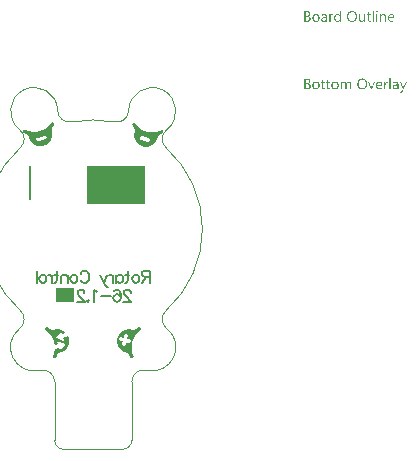
<source format=gbo>
G04*
G04 #@! TF.GenerationSoftware,Altium Limited,Altium Designer,21.9.2 (33)*
G04*
G04 Layer_Color=32896*
%FSAX25Y25*%
%MOIN*%
G70*
G04*
G04 #@! TF.SameCoordinates,A6586CB6-8B30-4D09-AE0A-FB24D08DFB98*
G04*
G04*
G04 #@! TF.FilePolarity,Positive*
G04*
G01*
G75*
%ADD11C,0.00787*%
%ADD12C,0.00394*%
%ADD61C,0.00630*%
%ADD62R,0.19595X0.12760*%
%ADD63R,0.06004X0.04921*%
G36*
X0094583Y0072803D02*
X0094608D01*
X0094664Y0072779D01*
X0094695Y0072760D01*
X0094726Y0072735D01*
X0094732Y0072729D01*
X0094738Y0072723D01*
X0094769Y0072686D01*
X0094794Y0072624D01*
X0094800Y0072587D01*
X0094806Y0072550D01*
Y0072543D01*
Y0072531D01*
X0094800Y0072513D01*
X0094794Y0072488D01*
X0094775Y0072426D01*
X0094750Y0072395D01*
X0094726Y0072364D01*
X0094719D01*
X0094713Y0072351D01*
X0094676Y0072327D01*
X0094620Y0072302D01*
X0094583Y0072296D01*
X0094546Y0072290D01*
X0094527D01*
X0094509Y0072296D01*
X0094484D01*
X0094422Y0072321D01*
X0094391Y0072333D01*
X0094360Y0072358D01*
Y0072364D01*
X0094348Y0072370D01*
X0094336Y0072389D01*
X0094323Y0072407D01*
X0094298Y0072469D01*
X0094292Y0072506D01*
X0094286Y0072550D01*
Y0072556D01*
Y0072568D01*
X0094292Y0072587D01*
X0094298Y0072618D01*
X0094317Y0072673D01*
X0094336Y0072704D01*
X0094360Y0072735D01*
X0094366Y0072742D01*
X0094373Y0072748D01*
X0094410Y0072772D01*
X0094472Y0072797D01*
X0094509Y0072810D01*
X0094564D01*
X0094583Y0072803D01*
D02*
G37*
G36*
X0082593Y0069139D02*
X0082191D01*
Y0069560D01*
X0082178D01*
Y0069554D01*
X0082166Y0069541D01*
X0082147Y0069516D01*
X0082129Y0069485D01*
X0082098Y0069448D01*
X0082061Y0069411D01*
X0082017Y0069368D01*
X0081968Y0069325D01*
X0081912Y0069275D01*
X0081844Y0069232D01*
X0081776Y0069195D01*
X0081695Y0069157D01*
X0081615Y0069126D01*
X0081522Y0069102D01*
X0081423Y0069089D01*
X0081318Y0069083D01*
X0081275D01*
X0081238Y0069089D01*
X0081200Y0069096D01*
X0081151Y0069102D01*
X0081046Y0069126D01*
X0080922Y0069164D01*
X0080798Y0069226D01*
X0080730Y0069263D01*
X0080674Y0069306D01*
X0080612Y0069362D01*
X0080557Y0069417D01*
Y0069424D01*
X0080544Y0069436D01*
X0080532Y0069455D01*
X0080513Y0069479D01*
X0080495Y0069510D01*
X0080470Y0069554D01*
X0080445Y0069603D01*
X0080420Y0069659D01*
X0080389Y0069721D01*
X0080365Y0069789D01*
X0080340Y0069863D01*
X0080321Y0069944D01*
X0080303Y0070030D01*
X0080290Y0070129D01*
X0080284Y0070228D01*
X0080278Y0070334D01*
Y0070340D01*
Y0070358D01*
Y0070395D01*
X0080284Y0070439D01*
X0080290Y0070488D01*
X0080297Y0070550D01*
X0080303Y0070618D01*
X0080315Y0070693D01*
X0080352Y0070854D01*
X0080408Y0071021D01*
X0080445Y0071101D01*
X0080489Y0071182D01*
X0080532Y0071256D01*
X0080588Y0071330D01*
X0080594Y0071336D01*
X0080600Y0071349D01*
X0080618Y0071367D01*
X0080643Y0071392D01*
X0080674Y0071417D01*
X0080717Y0071448D01*
X0080761Y0071485D01*
X0080810Y0071522D01*
X0080934Y0071590D01*
X0081077Y0071652D01*
X0081157Y0071671D01*
X0081244Y0071689D01*
X0081330Y0071702D01*
X0081429Y0071708D01*
X0081479D01*
X0081516Y0071702D01*
X0081553Y0071695D01*
X0081603Y0071689D01*
X0081714Y0071658D01*
X0081838Y0071609D01*
X0081900Y0071578D01*
X0081962Y0071534D01*
X0082024Y0071491D01*
X0082079Y0071435D01*
X0082129Y0071373D01*
X0082178Y0071299D01*
X0082191D01*
Y0072859D01*
X0082593D01*
Y0069139D01*
D02*
G37*
G36*
X0096861Y0071702D02*
X0096935Y0071695D01*
X0097028Y0071677D01*
X0097127Y0071646D01*
X0097232Y0071596D01*
X0097338Y0071528D01*
X0097381Y0071491D01*
X0097424Y0071442D01*
X0097437Y0071429D01*
X0097461Y0071392D01*
X0097492Y0071330D01*
X0097536Y0071244D01*
X0097573Y0071138D01*
X0097610Y0071008D01*
X0097635Y0070854D01*
X0097641Y0070674D01*
Y0069139D01*
X0097239D01*
Y0070569D01*
Y0070575D01*
Y0070606D01*
X0097232Y0070643D01*
Y0070693D01*
X0097220Y0070754D01*
X0097208Y0070823D01*
X0097189Y0070897D01*
X0097164Y0070971D01*
X0097133Y0071045D01*
X0097096Y0071114D01*
X0097047Y0071182D01*
X0096991Y0071244D01*
X0096929Y0071293D01*
X0096849Y0071330D01*
X0096762Y0071361D01*
X0096657Y0071367D01*
X0096644D01*
X0096607Y0071361D01*
X0096552Y0071355D01*
X0096483Y0071336D01*
X0096403Y0071312D01*
X0096316Y0071268D01*
X0096236Y0071213D01*
X0096155Y0071138D01*
X0096149Y0071126D01*
X0096124Y0071101D01*
X0096093Y0071052D01*
X0096056Y0070983D01*
X0096019Y0070903D01*
X0095988Y0070804D01*
X0095964Y0070693D01*
X0095957Y0070569D01*
Y0069139D01*
X0095555D01*
Y0071652D01*
X0095957D01*
Y0071231D01*
X0095970D01*
X0095976Y0071237D01*
X0095982Y0071250D01*
X0096001Y0071275D01*
X0096025Y0071305D01*
X0096050Y0071342D01*
X0096087Y0071380D01*
X0096131Y0071423D01*
X0096180Y0071473D01*
X0096236Y0071516D01*
X0096298Y0071559D01*
X0096366Y0071596D01*
X0096440Y0071633D01*
X0096514Y0071664D01*
X0096601Y0071689D01*
X0096694Y0071702D01*
X0096793Y0071708D01*
X0096830D01*
X0096861Y0071702D01*
D02*
G37*
G36*
X0079863Y0071689D02*
X0079937Y0071683D01*
X0079981Y0071671D01*
X0080012Y0071658D01*
Y0071244D01*
X0080006Y0071250D01*
X0079993Y0071256D01*
X0079969Y0071268D01*
X0079937Y0071287D01*
X0079894Y0071299D01*
X0079839Y0071312D01*
X0079777Y0071318D01*
X0079708Y0071324D01*
X0079696D01*
X0079665Y0071318D01*
X0079616Y0071312D01*
X0079560Y0071293D01*
X0079486Y0071262D01*
X0079418Y0071219D01*
X0079343Y0071157D01*
X0079275Y0071076D01*
X0079269Y0071064D01*
X0079251Y0071033D01*
X0079220Y0070977D01*
X0079189Y0070903D01*
X0079158Y0070810D01*
X0079127Y0070693D01*
X0079108Y0070563D01*
X0079102Y0070414D01*
Y0069139D01*
X0078699D01*
Y0071652D01*
X0079102D01*
Y0071132D01*
X0079114D01*
Y0071138D01*
X0079120Y0071144D01*
X0079133Y0071175D01*
X0079151Y0071225D01*
X0079182Y0071287D01*
X0079213Y0071349D01*
X0079263Y0071417D01*
X0079312Y0071485D01*
X0079374Y0071547D01*
X0079380Y0071553D01*
X0079405Y0071572D01*
X0079442Y0071596D01*
X0079492Y0071621D01*
X0079548Y0071646D01*
X0079616Y0071671D01*
X0079690Y0071689D01*
X0079770Y0071695D01*
X0079826D01*
X0079863Y0071689D01*
D02*
G37*
G36*
X0090603Y0069139D02*
X0090201D01*
Y0069535D01*
X0090188D01*
Y0069529D01*
X0090176Y0069516D01*
X0090163Y0069492D01*
X0090139Y0069467D01*
X0090083Y0069393D01*
X0089996Y0069312D01*
X0089947Y0069269D01*
X0089891Y0069226D01*
X0089829Y0069188D01*
X0089755Y0069151D01*
X0089681Y0069126D01*
X0089600Y0069102D01*
X0089507Y0069089D01*
X0089414Y0069083D01*
X0089377D01*
X0089334Y0069089D01*
X0089272Y0069102D01*
X0089204Y0069114D01*
X0089130Y0069139D01*
X0089049Y0069170D01*
X0088969Y0069219D01*
X0088882Y0069275D01*
X0088802Y0069343D01*
X0088727Y0069430D01*
X0088659Y0069535D01*
X0088597Y0069653D01*
X0088554Y0069795D01*
X0088529Y0069962D01*
X0088517Y0070049D01*
Y0070148D01*
Y0071652D01*
X0088913D01*
Y0070210D01*
Y0070204D01*
Y0070179D01*
X0088919Y0070135D01*
X0088925Y0070086D01*
X0088932Y0070024D01*
X0088944Y0069962D01*
X0088963Y0069888D01*
X0088987Y0069814D01*
X0089025Y0069739D01*
X0089062Y0069671D01*
X0089111Y0069603D01*
X0089173Y0069541D01*
X0089241Y0069492D01*
X0089322Y0069455D01*
X0089421Y0069424D01*
X0089526Y0069417D01*
X0089538D01*
X0089575Y0069424D01*
X0089631Y0069430D01*
X0089693Y0069442D01*
X0089773Y0069473D01*
X0089854Y0069510D01*
X0089934Y0069560D01*
X0090009Y0069634D01*
X0090015Y0069647D01*
X0090040Y0069671D01*
X0090071Y0069721D01*
X0090108Y0069789D01*
X0090139Y0069869D01*
X0090170Y0069968D01*
X0090194Y0070080D01*
X0090201Y0070204D01*
Y0071652D01*
X0090603D01*
Y0069139D01*
D02*
G37*
G36*
X0094738D02*
X0094336D01*
Y0071652D01*
X0094738D01*
Y0069139D01*
D02*
G37*
G36*
X0093518D02*
X0093116D01*
Y0072859D01*
X0093518D01*
Y0069139D01*
D02*
G37*
G36*
X0077140Y0071702D02*
X0077195Y0071695D01*
X0077263Y0071677D01*
X0077338Y0071658D01*
X0077418Y0071627D01*
X0077505Y0071590D01*
X0077585Y0071541D01*
X0077666Y0071479D01*
X0077740Y0071404D01*
X0077808Y0071312D01*
X0077864Y0071206D01*
X0077907Y0071083D01*
X0077932Y0070940D01*
X0077944Y0070773D01*
Y0069139D01*
X0077542D01*
Y0069529D01*
X0077530D01*
Y0069523D01*
X0077517Y0069510D01*
X0077505Y0069485D01*
X0077480Y0069461D01*
X0077418Y0069387D01*
X0077338Y0069306D01*
X0077226Y0069226D01*
X0077096Y0069151D01*
X0077016Y0069126D01*
X0076935Y0069102D01*
X0076849Y0069089D01*
X0076756Y0069083D01*
X0076719D01*
X0076694Y0069089D01*
X0076626Y0069096D01*
X0076545Y0069108D01*
X0076446Y0069133D01*
X0076354Y0069164D01*
X0076254Y0069213D01*
X0076168Y0069275D01*
X0076162Y0069288D01*
X0076137Y0069312D01*
X0076100Y0069356D01*
X0076063Y0069417D01*
X0076025Y0069492D01*
X0075988Y0069578D01*
X0075964Y0069684D01*
X0075957Y0069801D01*
Y0069807D01*
Y0069832D01*
X0075964Y0069869D01*
X0075970Y0069913D01*
X0075982Y0069968D01*
X0076001Y0070030D01*
X0076025Y0070098D01*
X0076063Y0070166D01*
X0076106Y0070241D01*
X0076162Y0070315D01*
X0076230Y0070383D01*
X0076310Y0070445D01*
X0076403Y0070507D01*
X0076515Y0070556D01*
X0076638Y0070594D01*
X0076787Y0070625D01*
X0077542Y0070730D01*
Y0070736D01*
Y0070754D01*
X0077536Y0070792D01*
Y0070829D01*
X0077523Y0070878D01*
X0077517Y0070934D01*
X0077480Y0071052D01*
X0077449Y0071107D01*
X0077418Y0071163D01*
X0077375Y0071219D01*
X0077325Y0071268D01*
X0077263Y0071312D01*
X0077195Y0071342D01*
X0077115Y0071361D01*
X0077022Y0071367D01*
X0076979D01*
X0076948Y0071361D01*
X0076904D01*
X0076861Y0071349D01*
X0076750Y0071330D01*
X0076626Y0071293D01*
X0076490Y0071237D01*
X0076415Y0071200D01*
X0076347Y0071163D01*
X0076273Y0071114D01*
X0076205Y0071058D01*
Y0071473D01*
X0076211D01*
X0076224Y0071485D01*
X0076242Y0071497D01*
X0076273Y0071510D01*
X0076304Y0071528D01*
X0076347Y0071547D01*
X0076397Y0071565D01*
X0076453Y0071590D01*
X0076576Y0071633D01*
X0076725Y0071671D01*
X0076886Y0071695D01*
X0077059Y0071708D01*
X0077096D01*
X0077140Y0071702D01*
D02*
G37*
G36*
X0071451Y0072649D02*
X0071494D01*
X0071538Y0072642D01*
X0071637Y0072630D01*
X0071754Y0072599D01*
X0071878Y0072562D01*
X0071996Y0072506D01*
X0072101Y0072432D01*
X0072107D01*
X0072113Y0072420D01*
X0072144Y0072395D01*
X0072188Y0072345D01*
X0072237Y0072277D01*
X0072281Y0072191D01*
X0072324Y0072092D01*
X0072355Y0071980D01*
X0072367Y0071918D01*
Y0071850D01*
Y0071844D01*
Y0071838D01*
Y0071801D01*
X0072361Y0071745D01*
X0072349Y0071677D01*
X0072330Y0071590D01*
X0072299Y0071504D01*
X0072262Y0071417D01*
X0072206Y0071330D01*
X0072200Y0071318D01*
X0072175Y0071293D01*
X0072138Y0071256D01*
X0072089Y0071206D01*
X0072027Y0071157D01*
X0071952Y0071101D01*
X0071860Y0071058D01*
X0071761Y0071014D01*
Y0071008D01*
X0071779D01*
X0071798Y0071002D01*
X0071816Y0070996D01*
X0071884Y0070983D01*
X0071965Y0070959D01*
X0072052Y0070922D01*
X0072144Y0070878D01*
X0072237Y0070816D01*
X0072324Y0070736D01*
X0072336Y0070723D01*
X0072361Y0070693D01*
X0072392Y0070649D01*
X0072435Y0070581D01*
X0072472Y0070495D01*
X0072510Y0070395D01*
X0072534Y0070278D01*
X0072540Y0070148D01*
Y0070142D01*
Y0070129D01*
Y0070104D01*
X0072534Y0070074D01*
X0072528Y0070037D01*
X0072522Y0069993D01*
X0072497Y0069888D01*
X0072460Y0069770D01*
X0072404Y0069647D01*
X0072367Y0069591D01*
X0072324Y0069529D01*
X0072268Y0069473D01*
X0072212Y0069417D01*
X0072206D01*
X0072200Y0069405D01*
X0072181Y0069393D01*
X0072157Y0069374D01*
X0072126Y0069356D01*
X0072082Y0069331D01*
X0071990Y0069281D01*
X0071872Y0069226D01*
X0071736Y0069182D01*
X0071575Y0069151D01*
X0071494Y0069145D01*
X0071402Y0069139D01*
X0070374D01*
Y0072655D01*
X0071420D01*
X0071451Y0072649D01*
D02*
G37*
G36*
X0091946Y0071652D02*
X0092584D01*
Y0071305D01*
X0091946D01*
Y0069888D01*
Y0069876D01*
Y0069845D01*
X0091952Y0069801D01*
X0091958Y0069745D01*
X0091983Y0069628D01*
X0092002Y0069572D01*
X0092033Y0069529D01*
X0092039Y0069523D01*
X0092051Y0069510D01*
X0092070Y0069498D01*
X0092101Y0069479D01*
X0092138Y0069455D01*
X0092188Y0069442D01*
X0092250Y0069430D01*
X0092318Y0069424D01*
X0092342D01*
X0092373Y0069430D01*
X0092410Y0069436D01*
X0092497Y0069461D01*
X0092540Y0069479D01*
X0092584Y0069504D01*
Y0069157D01*
X0092577D01*
X0092559Y0069145D01*
X0092528Y0069139D01*
X0092485Y0069126D01*
X0092429Y0069114D01*
X0092367Y0069102D01*
X0092293Y0069096D01*
X0092206Y0069089D01*
X0092175D01*
X0092144Y0069096D01*
X0092101Y0069102D01*
X0092051Y0069114D01*
X0091996Y0069126D01*
X0091940Y0069151D01*
X0091878Y0069182D01*
X0091816Y0069219D01*
X0091754Y0069269D01*
X0091699Y0069325D01*
X0091649Y0069399D01*
X0091606Y0069479D01*
X0091575Y0069578D01*
X0091550Y0069690D01*
X0091544Y0069820D01*
Y0071305D01*
X0091117D01*
Y0071652D01*
X0091544D01*
Y0072265D01*
X0091946Y0072395D01*
Y0071652D01*
D02*
G37*
G36*
X0099473Y0071702D02*
X0099516Y0071695D01*
X0099560Y0071689D01*
X0099671Y0071671D01*
X0099795Y0071627D01*
X0099919Y0071572D01*
X0099981Y0071534D01*
X0100043Y0071491D01*
X0100098Y0071442D01*
X0100154Y0071386D01*
X0100160Y0071380D01*
X0100166Y0071373D01*
X0100179Y0071355D01*
X0100197Y0071330D01*
X0100216Y0071293D01*
X0100241Y0071256D01*
X0100266Y0071213D01*
X0100290Y0071157D01*
X0100315Y0071095D01*
X0100340Y0071033D01*
X0100364Y0070959D01*
X0100383Y0070878D01*
X0100402Y0070792D01*
X0100414Y0070705D01*
X0100426Y0070606D01*
Y0070501D01*
Y0070290D01*
X0098650D01*
Y0070284D01*
Y0070272D01*
Y0070253D01*
X0098656Y0070222D01*
X0098662Y0070185D01*
Y0070148D01*
X0098681Y0070049D01*
X0098712Y0069950D01*
X0098749Y0069838D01*
X0098805Y0069733D01*
X0098873Y0069640D01*
X0098885Y0069628D01*
X0098910Y0069603D01*
X0098959Y0069572D01*
X0099028Y0069529D01*
X0099114Y0069485D01*
X0099213Y0069455D01*
X0099331Y0069430D01*
X0099467Y0069417D01*
X0099510D01*
X0099541Y0069424D01*
X0099578D01*
X0099622Y0069430D01*
X0099727Y0069455D01*
X0099845Y0069485D01*
X0099975Y0069535D01*
X0100111Y0069603D01*
X0100179Y0069647D01*
X0100247Y0069696D01*
Y0069318D01*
X0100241D01*
X0100235Y0069306D01*
X0100216Y0069300D01*
X0100185Y0069281D01*
X0100154Y0069263D01*
X0100117Y0069244D01*
X0100067Y0069226D01*
X0100018Y0069201D01*
X0099956Y0069176D01*
X0099888Y0069157D01*
X0099739Y0069120D01*
X0099566Y0069096D01*
X0099374Y0069083D01*
X0099325D01*
X0099287Y0069089D01*
X0099244Y0069096D01*
X0099189Y0069102D01*
X0099071Y0069126D01*
X0098935Y0069164D01*
X0098799Y0069226D01*
X0098730Y0069269D01*
X0098662Y0069312D01*
X0098600Y0069362D01*
X0098539Y0069424D01*
X0098532Y0069430D01*
X0098526Y0069442D01*
X0098514Y0069461D01*
X0098489Y0069485D01*
X0098470Y0069523D01*
X0098446Y0069566D01*
X0098415Y0069616D01*
X0098390Y0069671D01*
X0098359Y0069733D01*
X0098334Y0069807D01*
X0098303Y0069888D01*
X0098285Y0069974D01*
X0098266Y0070067D01*
X0098248Y0070166D01*
X0098241Y0070272D01*
X0098235Y0070383D01*
Y0070389D01*
Y0070408D01*
Y0070439D01*
X0098241Y0070482D01*
X0098248Y0070532D01*
X0098254Y0070587D01*
X0098260Y0070655D01*
X0098278Y0070723D01*
X0098316Y0070872D01*
X0098371Y0071033D01*
X0098409Y0071114D01*
X0098458Y0071188D01*
X0098508Y0071268D01*
X0098563Y0071336D01*
X0098569Y0071342D01*
X0098582Y0071355D01*
X0098600Y0071373D01*
X0098625Y0071392D01*
X0098656Y0071423D01*
X0098693Y0071454D01*
X0098743Y0071485D01*
X0098792Y0071522D01*
X0098910Y0071590D01*
X0099052Y0071652D01*
X0099133Y0071671D01*
X0099213Y0071689D01*
X0099300Y0071702D01*
X0099393Y0071708D01*
X0099442D01*
X0099473Y0071702D01*
D02*
G37*
G36*
X0086431Y0072711D02*
X0086493Y0072704D01*
X0086567Y0072692D01*
X0086647Y0072673D01*
X0086734Y0072655D01*
X0086821Y0072630D01*
X0086920Y0072599D01*
X0087013Y0072556D01*
X0087112Y0072506D01*
X0087211Y0072451D01*
X0087304Y0072382D01*
X0087397Y0072308D01*
X0087483Y0072221D01*
X0087489Y0072215D01*
X0087502Y0072197D01*
X0087527Y0072172D01*
X0087551Y0072135D01*
X0087588Y0072085D01*
X0087625Y0072023D01*
X0087663Y0071955D01*
X0087706Y0071881D01*
X0087749Y0071788D01*
X0087787Y0071695D01*
X0087824Y0071590D01*
X0087861Y0071473D01*
X0087885Y0071355D01*
X0087910Y0071225D01*
X0087923Y0071083D01*
X0087929Y0070940D01*
Y0070928D01*
Y0070903D01*
Y0070860D01*
X0087923Y0070798D01*
X0087916Y0070723D01*
X0087904Y0070643D01*
X0087892Y0070550D01*
X0087873Y0070445D01*
X0087848Y0070340D01*
X0087817Y0070228D01*
X0087780Y0070117D01*
X0087737Y0070006D01*
X0087681Y0069888D01*
X0087619Y0069783D01*
X0087551Y0069677D01*
X0087471Y0069578D01*
X0087465Y0069572D01*
X0087452Y0069560D01*
X0087421Y0069535D01*
X0087390Y0069504D01*
X0087341Y0069461D01*
X0087285Y0069424D01*
X0087223Y0069374D01*
X0087149Y0069331D01*
X0087068Y0069288D01*
X0086976Y0069238D01*
X0086876Y0069201D01*
X0086765Y0069164D01*
X0086647Y0069126D01*
X0086524Y0069102D01*
X0086394Y0069089D01*
X0086251Y0069083D01*
X0086220D01*
X0086177Y0069089D01*
X0086128D01*
X0086066Y0069096D01*
X0085991Y0069108D01*
X0085911Y0069126D01*
X0085818Y0069145D01*
X0085725Y0069170D01*
X0085626Y0069201D01*
X0085527Y0069244D01*
X0085428Y0069288D01*
X0085329Y0069343D01*
X0085230Y0069411D01*
X0085137Y0069485D01*
X0085050Y0069572D01*
X0085044Y0069578D01*
X0085032Y0069597D01*
X0085007Y0069622D01*
X0084982Y0069659D01*
X0084945Y0069708D01*
X0084908Y0069770D01*
X0084871Y0069838D01*
X0084828Y0069919D01*
X0084784Y0070006D01*
X0084747Y0070098D01*
X0084710Y0070204D01*
X0084673Y0070321D01*
X0084648Y0070439D01*
X0084623Y0070569D01*
X0084611Y0070711D01*
X0084605Y0070854D01*
Y0070866D01*
Y0070891D01*
X0084611Y0070934D01*
Y0070996D01*
X0084617Y0071064D01*
X0084630Y0071151D01*
X0084642Y0071244D01*
X0084661Y0071342D01*
X0084685Y0071448D01*
X0084716Y0071559D01*
X0084753Y0071671D01*
X0084797Y0071782D01*
X0084852Y0071893D01*
X0084914Y0072005D01*
X0084982Y0072110D01*
X0085063Y0072209D01*
X0085069Y0072215D01*
X0085081Y0072234D01*
X0085112Y0072259D01*
X0085150Y0072290D01*
X0085193Y0072327D01*
X0085249Y0072370D01*
X0085317Y0072413D01*
X0085391Y0072463D01*
X0085478Y0072513D01*
X0085571Y0072556D01*
X0085669Y0072599D01*
X0085781Y0072636D01*
X0085905Y0072667D01*
X0086035Y0072698D01*
X0086171Y0072711D01*
X0086313Y0072717D01*
X0086381D01*
X0086431Y0072711D01*
D02*
G37*
G36*
X0074404Y0071702D02*
X0074447Y0071695D01*
X0074503Y0071689D01*
X0074626Y0071664D01*
X0074769Y0071621D01*
X0074911Y0071559D01*
X0074986Y0071522D01*
X0075054Y0071479D01*
X0075122Y0071423D01*
X0075184Y0071361D01*
X0075190Y0071355D01*
X0075196Y0071342D01*
X0075215Y0071324D01*
X0075233Y0071299D01*
X0075258Y0071262D01*
X0075283Y0071219D01*
X0075314Y0071169D01*
X0075345Y0071114D01*
X0075369Y0071045D01*
X0075400Y0070977D01*
X0075425Y0070897D01*
X0075450Y0070810D01*
X0075468Y0070717D01*
X0075487Y0070618D01*
X0075493Y0070513D01*
X0075499Y0070402D01*
Y0070395D01*
Y0070377D01*
Y0070346D01*
X0075493Y0070303D01*
X0075487Y0070253D01*
X0075481Y0070191D01*
X0075468Y0070129D01*
X0075456Y0070055D01*
X0075419Y0069907D01*
X0075357Y0069745D01*
X0075320Y0069665D01*
X0075270Y0069585D01*
X0075221Y0069510D01*
X0075159Y0069442D01*
X0075153Y0069436D01*
X0075140Y0069430D01*
X0075122Y0069411D01*
X0075097Y0069387D01*
X0075060Y0069362D01*
X0075023Y0069331D01*
X0074973Y0069294D01*
X0074918Y0069263D01*
X0074856Y0069232D01*
X0074787Y0069195D01*
X0074713Y0069164D01*
X0074633Y0069139D01*
X0074546Y0069114D01*
X0074453Y0069102D01*
X0074354Y0069089D01*
X0074249Y0069083D01*
X0074193D01*
X0074156Y0069089D01*
X0074113Y0069096D01*
X0074057Y0069102D01*
X0073995Y0069114D01*
X0073927Y0069126D01*
X0073785Y0069170D01*
X0073636Y0069232D01*
X0073562Y0069269D01*
X0073494Y0069318D01*
X0073426Y0069368D01*
X0073358Y0069430D01*
X0073351Y0069436D01*
X0073345Y0069448D01*
X0073327Y0069467D01*
X0073308Y0069492D01*
X0073283Y0069529D01*
X0073252Y0069572D01*
X0073221Y0069622D01*
X0073197Y0069677D01*
X0073166Y0069745D01*
X0073135Y0069814D01*
X0073104Y0069888D01*
X0073079Y0069974D01*
X0073042Y0070160D01*
X0073036Y0070259D01*
X0073030Y0070364D01*
Y0070371D01*
Y0070395D01*
Y0070426D01*
X0073036Y0070470D01*
X0073042Y0070519D01*
X0073048Y0070581D01*
X0073061Y0070649D01*
X0073073Y0070723D01*
X0073110Y0070885D01*
X0073172Y0071045D01*
X0073215Y0071126D01*
X0073259Y0071206D01*
X0073308Y0071281D01*
X0073370Y0071349D01*
X0073376Y0071355D01*
X0073388Y0071367D01*
X0073407Y0071380D01*
X0073432Y0071404D01*
X0073469Y0071429D01*
X0073512Y0071460D01*
X0073562Y0071497D01*
X0073618Y0071528D01*
X0073680Y0071559D01*
X0073754Y0071596D01*
X0073828Y0071627D01*
X0073915Y0071652D01*
X0074001Y0071677D01*
X0074100Y0071695D01*
X0074206Y0071702D01*
X0074311Y0071708D01*
X0074366D01*
X0074404Y0071702D01*
D02*
G37*
G36*
X0085311Y0049206D02*
X0085366Y0049194D01*
X0085428Y0049181D01*
X0085496Y0049157D01*
X0085577Y0049126D01*
X0085651Y0049082D01*
X0085731Y0049033D01*
X0085806Y0048965D01*
X0085874Y0048878D01*
X0085936Y0048779D01*
X0085991Y0048668D01*
X0086028Y0048525D01*
X0086059Y0048370D01*
X0086066Y0048191D01*
Y0046643D01*
X0085663D01*
Y0048086D01*
Y0048092D01*
Y0048104D01*
Y0048123D01*
Y0048154D01*
X0085657Y0048228D01*
X0085645Y0048315D01*
X0085632Y0048414D01*
X0085608Y0048513D01*
X0085577Y0048606D01*
X0085533Y0048686D01*
X0085527Y0048692D01*
X0085509Y0048717D01*
X0085478Y0048748D01*
X0085428Y0048779D01*
X0085372Y0048816D01*
X0085298Y0048841D01*
X0085205Y0048866D01*
X0085100Y0048872D01*
X0085088D01*
X0085057Y0048866D01*
X0085007Y0048859D01*
X0084945Y0048841D01*
X0084877Y0048816D01*
X0084803Y0048773D01*
X0084729Y0048717D01*
X0084661Y0048637D01*
X0084654Y0048624D01*
X0084636Y0048593D01*
X0084605Y0048544D01*
X0084574Y0048476D01*
X0084537Y0048395D01*
X0084512Y0048302D01*
X0084487Y0048191D01*
X0084481Y0048073D01*
Y0046643D01*
X0084079D01*
Y0048135D01*
Y0048141D01*
Y0048166D01*
X0084073Y0048203D01*
Y0048253D01*
X0084060Y0048309D01*
X0084048Y0048370D01*
X0084029Y0048432D01*
X0084011Y0048507D01*
X0083980Y0048575D01*
X0083943Y0048637D01*
X0083893Y0048698D01*
X0083837Y0048754D01*
X0083775Y0048804D01*
X0083695Y0048841D01*
X0083608Y0048866D01*
X0083509Y0048872D01*
X0083497D01*
X0083466Y0048866D01*
X0083416Y0048859D01*
X0083354Y0048847D01*
X0083286Y0048816D01*
X0083212Y0048779D01*
X0083138Y0048723D01*
X0083070Y0048649D01*
X0083064Y0048637D01*
X0083045Y0048612D01*
X0083014Y0048562D01*
X0082983Y0048494D01*
X0082952Y0048414D01*
X0082921Y0048315D01*
X0082903Y0048203D01*
X0082896Y0048073D01*
Y0046643D01*
X0082494D01*
Y0049157D01*
X0082896D01*
Y0048754D01*
X0082909D01*
X0082915Y0048760D01*
X0082921Y0048773D01*
X0082940Y0048798D01*
X0082958Y0048829D01*
X0083020Y0048897D01*
X0083107Y0048983D01*
X0083218Y0049070D01*
X0083348Y0049138D01*
X0083429Y0049169D01*
X0083509Y0049194D01*
X0083596Y0049206D01*
X0083689Y0049212D01*
X0083732D01*
X0083781Y0049206D01*
X0083843Y0049194D01*
X0083912Y0049175D01*
X0083986Y0049150D01*
X0084060Y0049119D01*
X0084134Y0049070D01*
X0084141Y0049064D01*
X0084165Y0049045D01*
X0084196Y0049014D01*
X0084240Y0048971D01*
X0084283Y0048915D01*
X0084326Y0048853D01*
X0084370Y0048779D01*
X0084400Y0048692D01*
X0084407Y0048698D01*
X0084413Y0048717D01*
X0084431Y0048742D01*
X0084450Y0048773D01*
X0084481Y0048816D01*
X0084518Y0048859D01*
X0084562Y0048903D01*
X0084611Y0048952D01*
X0084667Y0049002D01*
X0084729Y0049045D01*
X0084797Y0049095D01*
X0084871Y0049132D01*
X0084951Y0049163D01*
X0085038Y0049187D01*
X0085137Y0049206D01*
X0085236Y0049212D01*
X0085273D01*
X0085311Y0049206D01*
D02*
G37*
G36*
X0098186Y0049194D02*
X0098260Y0049187D01*
X0098303Y0049175D01*
X0098334Y0049163D01*
Y0048748D01*
X0098328Y0048754D01*
X0098316Y0048760D01*
X0098291Y0048773D01*
X0098260Y0048791D01*
X0098217Y0048804D01*
X0098161Y0048816D01*
X0098099Y0048822D01*
X0098031Y0048829D01*
X0098018D01*
X0097988Y0048822D01*
X0097938Y0048816D01*
X0097882Y0048798D01*
X0097808Y0048767D01*
X0097740Y0048723D01*
X0097666Y0048661D01*
X0097598Y0048581D01*
X0097591Y0048568D01*
X0097573Y0048538D01*
X0097542Y0048482D01*
X0097511Y0048408D01*
X0097480Y0048315D01*
X0097449Y0048197D01*
X0097430Y0048067D01*
X0097424Y0047919D01*
Y0046643D01*
X0097022D01*
Y0049157D01*
X0097424D01*
Y0048637D01*
X0097437D01*
Y0048643D01*
X0097443Y0048649D01*
X0097455Y0048680D01*
X0097474Y0048730D01*
X0097505Y0048791D01*
X0097536Y0048853D01*
X0097585Y0048921D01*
X0097635Y0048989D01*
X0097697Y0049051D01*
X0097703Y0049057D01*
X0097728Y0049076D01*
X0097765Y0049101D01*
X0097814Y0049126D01*
X0097870Y0049150D01*
X0097938Y0049175D01*
X0098012Y0049194D01*
X0098093Y0049200D01*
X0098149D01*
X0098186Y0049194D01*
D02*
G37*
G36*
X0103392Y0046241D02*
X0103385Y0046235D01*
X0103379Y0046210D01*
X0103360Y0046167D01*
X0103336Y0046117D01*
X0103305Y0046062D01*
X0103261Y0045994D01*
X0103218Y0045925D01*
X0103169Y0045851D01*
X0103107Y0045777D01*
X0103045Y0045709D01*
X0102971Y0045641D01*
X0102890Y0045585D01*
X0102810Y0045535D01*
X0102717Y0045492D01*
X0102624Y0045467D01*
X0102519Y0045461D01*
X0102463D01*
X0102426Y0045467D01*
X0102345Y0045480D01*
X0102259Y0045498D01*
Y0045857D01*
X0102265D01*
X0102284Y0045851D01*
X0102308Y0045845D01*
X0102339Y0045839D01*
X0102413Y0045820D01*
X0102494Y0045814D01*
X0102506D01*
X0102543Y0045820D01*
X0102599Y0045832D01*
X0102667Y0045857D01*
X0102742Y0045901D01*
X0102779Y0045932D01*
X0102816Y0045969D01*
X0102853Y0046006D01*
X0102890Y0046055D01*
X0102921Y0046111D01*
X0102952Y0046173D01*
X0103156Y0046643D01*
X0102172Y0049157D01*
X0102618D01*
X0103299Y0047219D01*
Y0047213D01*
X0103305Y0047201D01*
X0103311Y0047182D01*
X0103317Y0047157D01*
X0103323Y0047120D01*
X0103336Y0047083D01*
X0103348Y0047027D01*
X0103367D01*
Y0047040D01*
X0103379Y0047077D01*
X0103392Y0047132D01*
X0103416Y0047213D01*
X0104128Y0049157D01*
X0104543D01*
X0103392Y0046241D01*
D02*
G37*
G36*
X0092961Y0046643D02*
X0092565D01*
X0091612Y0049157D01*
X0092051D01*
X0092695Y0047330D01*
X0092701Y0047324D01*
X0092708Y0047300D01*
X0092720Y0047256D01*
X0092732Y0047213D01*
X0092745Y0047157D01*
X0092763Y0047095D01*
X0092782Y0046978D01*
X0092788D01*
Y0046984D01*
X0092794Y0047009D01*
X0092800Y0047046D01*
X0092807Y0047089D01*
X0092819Y0047145D01*
X0092831Y0047201D01*
X0092869Y0047318D01*
X0093537Y0049157D01*
X0093958D01*
X0092961Y0046643D01*
D02*
G37*
G36*
X0100984Y0049206D02*
X0101039Y0049200D01*
X0101107Y0049181D01*
X0101182Y0049163D01*
X0101262Y0049132D01*
X0101349Y0049095D01*
X0101429Y0049045D01*
X0101510Y0048983D01*
X0101584Y0048909D01*
X0101652Y0048816D01*
X0101708Y0048711D01*
X0101751Y0048587D01*
X0101776Y0048445D01*
X0101788Y0048278D01*
Y0046643D01*
X0101386D01*
Y0047033D01*
X0101374D01*
Y0047027D01*
X0101361Y0047015D01*
X0101349Y0046990D01*
X0101324Y0046965D01*
X0101262Y0046891D01*
X0101182Y0046811D01*
X0101070Y0046730D01*
X0100940Y0046656D01*
X0100860Y0046631D01*
X0100779Y0046606D01*
X0100693Y0046594D01*
X0100600Y0046588D01*
X0100563D01*
X0100538Y0046594D01*
X0100470Y0046600D01*
X0100389Y0046613D01*
X0100290Y0046637D01*
X0100197Y0046668D01*
X0100098Y0046718D01*
X0100012Y0046780D01*
X0100005Y0046792D01*
X0099981Y0046817D01*
X0099944Y0046860D01*
X0099906Y0046922D01*
X0099869Y0046996D01*
X0099832Y0047083D01*
X0099807Y0047188D01*
X0099801Y0047306D01*
Y0047312D01*
Y0047337D01*
X0099807Y0047374D01*
X0099814Y0047417D01*
X0099826Y0047473D01*
X0099845Y0047535D01*
X0099869Y0047603D01*
X0099906Y0047671D01*
X0099950Y0047745D01*
X0100005Y0047820D01*
X0100074Y0047888D01*
X0100154Y0047949D01*
X0100247Y0048011D01*
X0100358Y0048061D01*
X0100482Y0048098D01*
X0100631Y0048129D01*
X0101386Y0048234D01*
Y0048240D01*
Y0048259D01*
X0101380Y0048296D01*
Y0048333D01*
X0101367Y0048383D01*
X0101361Y0048439D01*
X0101324Y0048556D01*
X0101293Y0048612D01*
X0101262Y0048668D01*
X0101219Y0048723D01*
X0101169Y0048773D01*
X0101107Y0048816D01*
X0101039Y0048847D01*
X0100959Y0048866D01*
X0100866Y0048872D01*
X0100823D01*
X0100792Y0048866D01*
X0100748D01*
X0100705Y0048853D01*
X0100594Y0048835D01*
X0100470Y0048798D01*
X0100334Y0048742D01*
X0100259Y0048705D01*
X0100191Y0048668D01*
X0100117Y0048618D01*
X0100049Y0048562D01*
Y0048977D01*
X0100055D01*
X0100067Y0048989D01*
X0100086Y0049002D01*
X0100117Y0049014D01*
X0100148Y0049033D01*
X0100191Y0049051D01*
X0100241Y0049070D01*
X0100296Y0049095D01*
X0100420Y0049138D01*
X0100569Y0049175D01*
X0100730Y0049200D01*
X0100903Y0049212D01*
X0100940D01*
X0100984Y0049206D01*
D02*
G37*
G36*
X0099170Y0046643D02*
X0098768D01*
Y0050364D01*
X0099170D01*
Y0046643D01*
D02*
G37*
G36*
X0071451Y0050153D02*
X0071494D01*
X0071538Y0050147D01*
X0071637Y0050135D01*
X0071754Y0050104D01*
X0071878Y0050067D01*
X0071996Y0050011D01*
X0072101Y0049937D01*
X0072107D01*
X0072113Y0049924D01*
X0072144Y0049899D01*
X0072188Y0049850D01*
X0072237Y0049782D01*
X0072281Y0049695D01*
X0072324Y0049596D01*
X0072355Y0049485D01*
X0072367Y0049423D01*
Y0049355D01*
Y0049349D01*
Y0049342D01*
Y0049305D01*
X0072361Y0049249D01*
X0072349Y0049181D01*
X0072330Y0049095D01*
X0072299Y0049008D01*
X0072262Y0048921D01*
X0072206Y0048835D01*
X0072200Y0048822D01*
X0072175Y0048798D01*
X0072138Y0048760D01*
X0072089Y0048711D01*
X0072027Y0048661D01*
X0071952Y0048606D01*
X0071860Y0048562D01*
X0071761Y0048519D01*
Y0048513D01*
X0071779D01*
X0071798Y0048507D01*
X0071816Y0048500D01*
X0071884Y0048488D01*
X0071965Y0048463D01*
X0072052Y0048426D01*
X0072144Y0048383D01*
X0072237Y0048321D01*
X0072324Y0048240D01*
X0072336Y0048228D01*
X0072361Y0048197D01*
X0072392Y0048154D01*
X0072435Y0048086D01*
X0072472Y0047999D01*
X0072510Y0047900D01*
X0072534Y0047782D01*
X0072540Y0047652D01*
Y0047646D01*
Y0047634D01*
Y0047609D01*
X0072534Y0047578D01*
X0072528Y0047541D01*
X0072522Y0047498D01*
X0072497Y0047392D01*
X0072460Y0047275D01*
X0072404Y0047151D01*
X0072367Y0047095D01*
X0072324Y0047033D01*
X0072268Y0046978D01*
X0072212Y0046922D01*
X0072206D01*
X0072200Y0046910D01*
X0072181Y0046897D01*
X0072157Y0046879D01*
X0072126Y0046860D01*
X0072082Y0046835D01*
X0071990Y0046786D01*
X0071872Y0046730D01*
X0071736Y0046687D01*
X0071575Y0046656D01*
X0071494Y0046650D01*
X0071402Y0046643D01*
X0070374D01*
Y0050159D01*
X0071420D01*
X0071451Y0050153D01*
D02*
G37*
G36*
X0078378Y0049157D02*
X0079015D01*
Y0048810D01*
X0078378D01*
Y0047392D01*
Y0047380D01*
Y0047349D01*
X0078384Y0047306D01*
X0078390Y0047250D01*
X0078415Y0047132D01*
X0078433Y0047077D01*
X0078464Y0047033D01*
X0078470Y0047027D01*
X0078483Y0047015D01*
X0078501Y0047002D01*
X0078532Y0046984D01*
X0078570Y0046959D01*
X0078619Y0046947D01*
X0078681Y0046934D01*
X0078749Y0046928D01*
X0078774D01*
X0078805Y0046934D01*
X0078842Y0046941D01*
X0078929Y0046965D01*
X0078972Y0046984D01*
X0079015Y0047009D01*
Y0046662D01*
X0079009D01*
X0078991Y0046650D01*
X0078960Y0046643D01*
X0078916Y0046631D01*
X0078860Y0046619D01*
X0078799Y0046606D01*
X0078724Y0046600D01*
X0078638Y0046594D01*
X0078607D01*
X0078576Y0046600D01*
X0078532Y0046606D01*
X0078483Y0046619D01*
X0078427Y0046631D01*
X0078372Y0046656D01*
X0078310Y0046687D01*
X0078248Y0046724D01*
X0078186Y0046773D01*
X0078130Y0046829D01*
X0078081Y0046903D01*
X0078037Y0046984D01*
X0078006Y0047083D01*
X0077982Y0047194D01*
X0077975Y0047324D01*
Y0048810D01*
X0077548D01*
Y0049157D01*
X0077975D01*
Y0049769D01*
X0078378Y0049899D01*
Y0049157D01*
D02*
G37*
G36*
X0076675D02*
X0077313D01*
Y0048810D01*
X0076675D01*
Y0047392D01*
Y0047380D01*
Y0047349D01*
X0076682Y0047306D01*
X0076688Y0047250D01*
X0076713Y0047132D01*
X0076731Y0047077D01*
X0076762Y0047033D01*
X0076768Y0047027D01*
X0076781Y0047015D01*
X0076799Y0047002D01*
X0076830Y0046984D01*
X0076867Y0046959D01*
X0076917Y0046947D01*
X0076979Y0046934D01*
X0077047Y0046928D01*
X0077072D01*
X0077103Y0046934D01*
X0077140Y0046941D01*
X0077226Y0046965D01*
X0077270Y0046984D01*
X0077313Y0047009D01*
Y0046662D01*
X0077307D01*
X0077288Y0046650D01*
X0077257Y0046643D01*
X0077214Y0046631D01*
X0077158Y0046619D01*
X0077096Y0046606D01*
X0077022Y0046600D01*
X0076935Y0046594D01*
X0076904D01*
X0076873Y0046600D01*
X0076830Y0046606D01*
X0076781Y0046619D01*
X0076725Y0046631D01*
X0076669Y0046656D01*
X0076607Y0046687D01*
X0076545Y0046724D01*
X0076484Y0046773D01*
X0076428Y0046829D01*
X0076378Y0046903D01*
X0076335Y0046984D01*
X0076304Y0047083D01*
X0076279Y0047194D01*
X0076273Y0047324D01*
Y0048810D01*
X0075846D01*
Y0049157D01*
X0076273D01*
Y0049769D01*
X0076675Y0049899D01*
Y0049157D01*
D02*
G37*
G36*
X0095462Y0049206D02*
X0095505Y0049200D01*
X0095549Y0049194D01*
X0095660Y0049175D01*
X0095784Y0049132D01*
X0095908Y0049076D01*
X0095970Y0049039D01*
X0096032Y0048996D01*
X0096087Y0048946D01*
X0096143Y0048890D01*
X0096149Y0048884D01*
X0096155Y0048878D01*
X0096168Y0048859D01*
X0096186Y0048835D01*
X0096205Y0048798D01*
X0096230Y0048760D01*
X0096254Y0048717D01*
X0096279Y0048661D01*
X0096304Y0048599D01*
X0096329Y0048538D01*
X0096353Y0048463D01*
X0096372Y0048383D01*
X0096391Y0048296D01*
X0096403Y0048210D01*
X0096415Y0048110D01*
Y0048005D01*
Y0047795D01*
X0094639D01*
Y0047789D01*
Y0047776D01*
Y0047758D01*
X0094645Y0047727D01*
X0094651Y0047690D01*
Y0047652D01*
X0094670Y0047553D01*
X0094701Y0047454D01*
X0094738Y0047343D01*
X0094794Y0047238D01*
X0094862Y0047145D01*
X0094874Y0047132D01*
X0094899Y0047108D01*
X0094948Y0047077D01*
X0095016Y0047033D01*
X0095103Y0046990D01*
X0095202Y0046959D01*
X0095320Y0046934D01*
X0095456Y0046922D01*
X0095499D01*
X0095530Y0046928D01*
X0095567D01*
X0095611Y0046934D01*
X0095716Y0046959D01*
X0095833Y0046990D01*
X0095964Y0047040D01*
X0096100Y0047108D01*
X0096168Y0047151D01*
X0096236Y0047201D01*
Y0046823D01*
X0096230D01*
X0096223Y0046811D01*
X0096205Y0046804D01*
X0096174Y0046786D01*
X0096143Y0046767D01*
X0096106Y0046749D01*
X0096056Y0046730D01*
X0096007Y0046705D01*
X0095945Y0046681D01*
X0095877Y0046662D01*
X0095728Y0046625D01*
X0095555Y0046600D01*
X0095363Y0046588D01*
X0095314D01*
X0095276Y0046594D01*
X0095233Y0046600D01*
X0095177Y0046606D01*
X0095060Y0046631D01*
X0094924Y0046668D01*
X0094787Y0046730D01*
X0094719Y0046773D01*
X0094651Y0046817D01*
X0094589Y0046866D01*
X0094527Y0046928D01*
X0094521Y0046934D01*
X0094515Y0046947D01*
X0094503Y0046965D01*
X0094478Y0046990D01*
X0094459Y0047027D01*
X0094434Y0047071D01*
X0094404Y0047120D01*
X0094379Y0047176D01*
X0094348Y0047238D01*
X0094323Y0047312D01*
X0094292Y0047392D01*
X0094274Y0047479D01*
X0094255Y0047572D01*
X0094236Y0047671D01*
X0094230Y0047776D01*
X0094224Y0047888D01*
Y0047894D01*
Y0047912D01*
Y0047943D01*
X0094230Y0047987D01*
X0094236Y0048036D01*
X0094243Y0048092D01*
X0094249Y0048160D01*
X0094267Y0048228D01*
X0094305Y0048377D01*
X0094360Y0048538D01*
X0094397Y0048618D01*
X0094447Y0048692D01*
X0094496Y0048773D01*
X0094552Y0048841D01*
X0094558Y0048847D01*
X0094571Y0048859D01*
X0094589Y0048878D01*
X0094614Y0048897D01*
X0094645Y0048928D01*
X0094682Y0048959D01*
X0094732Y0048989D01*
X0094781Y0049027D01*
X0094899Y0049095D01*
X0095041Y0049157D01*
X0095122Y0049175D01*
X0095202Y0049194D01*
X0095289Y0049206D01*
X0095382Y0049212D01*
X0095431D01*
X0095462Y0049206D01*
D02*
G37*
G36*
X0089848Y0050215D02*
X0089910Y0050209D01*
X0089984Y0050196D01*
X0090064Y0050178D01*
X0090151Y0050159D01*
X0090238Y0050135D01*
X0090337Y0050104D01*
X0090430Y0050060D01*
X0090529Y0050011D01*
X0090628Y0049955D01*
X0090720Y0049887D01*
X0090813Y0049813D01*
X0090900Y0049726D01*
X0090906Y0049720D01*
X0090919Y0049701D01*
X0090943Y0049676D01*
X0090968Y0049639D01*
X0091005Y0049590D01*
X0091042Y0049528D01*
X0091079Y0049460D01*
X0091123Y0049386D01*
X0091166Y0049293D01*
X0091203Y0049200D01*
X0091241Y0049095D01*
X0091278Y0048977D01*
X0091302Y0048859D01*
X0091327Y0048730D01*
X0091339Y0048587D01*
X0091346Y0048445D01*
Y0048432D01*
Y0048408D01*
Y0048364D01*
X0091339Y0048302D01*
X0091333Y0048228D01*
X0091321Y0048148D01*
X0091309Y0048055D01*
X0091290Y0047949D01*
X0091265Y0047844D01*
X0091234Y0047733D01*
X0091197Y0047621D01*
X0091154Y0047510D01*
X0091098Y0047392D01*
X0091036Y0047287D01*
X0090968Y0047182D01*
X0090888Y0047083D01*
X0090882Y0047077D01*
X0090869Y0047064D01*
X0090838Y0047040D01*
X0090807Y0047009D01*
X0090758Y0046965D01*
X0090702Y0046928D01*
X0090640Y0046879D01*
X0090566Y0046835D01*
X0090485Y0046792D01*
X0090393Y0046742D01*
X0090293Y0046705D01*
X0090182Y0046668D01*
X0090064Y0046631D01*
X0089941Y0046606D01*
X0089811Y0046594D01*
X0089668Y0046588D01*
X0089637D01*
X0089594Y0046594D01*
X0089544D01*
X0089482Y0046600D01*
X0089408Y0046613D01*
X0089328Y0046631D01*
X0089235Y0046650D01*
X0089142Y0046674D01*
X0089043Y0046705D01*
X0088944Y0046749D01*
X0088845Y0046792D01*
X0088746Y0046848D01*
X0088647Y0046916D01*
X0088554Y0046990D01*
X0088467Y0047077D01*
X0088461Y0047083D01*
X0088449Y0047102D01*
X0088424Y0047126D01*
X0088399Y0047163D01*
X0088362Y0047213D01*
X0088325Y0047275D01*
X0088288Y0047343D01*
X0088244Y0047423D01*
X0088201Y0047510D01*
X0088164Y0047603D01*
X0088127Y0047708D01*
X0088090Y0047826D01*
X0088065Y0047943D01*
X0088040Y0048073D01*
X0088028Y0048216D01*
X0088022Y0048358D01*
Y0048370D01*
Y0048395D01*
X0088028Y0048439D01*
Y0048500D01*
X0088034Y0048568D01*
X0088046Y0048655D01*
X0088059Y0048748D01*
X0088077Y0048847D01*
X0088102Y0048952D01*
X0088133Y0049064D01*
X0088170Y0049175D01*
X0088214Y0049287D01*
X0088269Y0049398D01*
X0088331Y0049509D01*
X0088399Y0049615D01*
X0088480Y0049714D01*
X0088486Y0049720D01*
X0088498Y0049738D01*
X0088529Y0049763D01*
X0088566Y0049794D01*
X0088610Y0049831D01*
X0088665Y0049875D01*
X0088734Y0049918D01*
X0088808Y0049968D01*
X0088894Y0050017D01*
X0088987Y0050060D01*
X0089086Y0050104D01*
X0089198Y0050141D01*
X0089322Y0050172D01*
X0089452Y0050203D01*
X0089588Y0050215D01*
X0089730Y0050221D01*
X0089798D01*
X0089848Y0050215D01*
D02*
G37*
G36*
X0080755Y0049206D02*
X0080798Y0049200D01*
X0080854Y0049194D01*
X0080977Y0049169D01*
X0081120Y0049126D01*
X0081262Y0049064D01*
X0081336Y0049027D01*
X0081405Y0048983D01*
X0081473Y0048928D01*
X0081535Y0048866D01*
X0081541Y0048859D01*
X0081547Y0048847D01*
X0081565Y0048829D01*
X0081584Y0048804D01*
X0081609Y0048767D01*
X0081634Y0048723D01*
X0081665Y0048674D01*
X0081695Y0048618D01*
X0081720Y0048550D01*
X0081751Y0048482D01*
X0081776Y0048401D01*
X0081801Y0048315D01*
X0081819Y0048222D01*
X0081838Y0048123D01*
X0081844Y0048018D01*
X0081850Y0047906D01*
Y0047900D01*
Y0047881D01*
Y0047850D01*
X0081844Y0047807D01*
X0081838Y0047758D01*
X0081832Y0047696D01*
X0081819Y0047634D01*
X0081807Y0047560D01*
X0081770Y0047411D01*
X0081708Y0047250D01*
X0081671Y0047170D01*
X0081621Y0047089D01*
X0081572Y0047015D01*
X0081510Y0046947D01*
X0081504Y0046941D01*
X0081491Y0046934D01*
X0081473Y0046916D01*
X0081448Y0046891D01*
X0081411Y0046866D01*
X0081374Y0046835D01*
X0081324Y0046798D01*
X0081268Y0046767D01*
X0081207Y0046736D01*
X0081138Y0046699D01*
X0081064Y0046668D01*
X0080984Y0046643D01*
X0080897Y0046619D01*
X0080804Y0046606D01*
X0080705Y0046594D01*
X0080600Y0046588D01*
X0080544D01*
X0080507Y0046594D01*
X0080464Y0046600D01*
X0080408Y0046606D01*
X0080346Y0046619D01*
X0080278Y0046631D01*
X0080136Y0046674D01*
X0079987Y0046736D01*
X0079913Y0046773D01*
X0079845Y0046823D01*
X0079777Y0046872D01*
X0079708Y0046934D01*
X0079702Y0046941D01*
X0079696Y0046953D01*
X0079678Y0046971D01*
X0079659Y0046996D01*
X0079634Y0047033D01*
X0079603Y0047077D01*
X0079572Y0047126D01*
X0079548Y0047182D01*
X0079517Y0047250D01*
X0079486Y0047318D01*
X0079455Y0047392D01*
X0079430Y0047479D01*
X0079393Y0047665D01*
X0079387Y0047764D01*
X0079380Y0047869D01*
Y0047875D01*
Y0047900D01*
Y0047931D01*
X0079387Y0047974D01*
X0079393Y0048024D01*
X0079399Y0048086D01*
X0079411Y0048154D01*
X0079424Y0048228D01*
X0079461Y0048389D01*
X0079523Y0048550D01*
X0079566Y0048630D01*
X0079610Y0048711D01*
X0079659Y0048785D01*
X0079721Y0048853D01*
X0079727Y0048859D01*
X0079739Y0048872D01*
X0079758Y0048884D01*
X0079783Y0048909D01*
X0079820Y0048934D01*
X0079863Y0048965D01*
X0079913Y0049002D01*
X0079969Y0049033D01*
X0080030Y0049064D01*
X0080105Y0049101D01*
X0080179Y0049132D01*
X0080266Y0049157D01*
X0080352Y0049181D01*
X0080451Y0049200D01*
X0080557Y0049206D01*
X0080662Y0049212D01*
X0080717D01*
X0080755Y0049206D01*
D02*
G37*
G36*
X0074404D02*
X0074447Y0049200D01*
X0074503Y0049194D01*
X0074626Y0049169D01*
X0074769Y0049126D01*
X0074911Y0049064D01*
X0074986Y0049027D01*
X0075054Y0048983D01*
X0075122Y0048928D01*
X0075184Y0048866D01*
X0075190Y0048859D01*
X0075196Y0048847D01*
X0075215Y0048829D01*
X0075233Y0048804D01*
X0075258Y0048767D01*
X0075283Y0048723D01*
X0075314Y0048674D01*
X0075345Y0048618D01*
X0075369Y0048550D01*
X0075400Y0048482D01*
X0075425Y0048401D01*
X0075450Y0048315D01*
X0075468Y0048222D01*
X0075487Y0048123D01*
X0075493Y0048018D01*
X0075499Y0047906D01*
Y0047900D01*
Y0047881D01*
Y0047850D01*
X0075493Y0047807D01*
X0075487Y0047758D01*
X0075481Y0047696D01*
X0075468Y0047634D01*
X0075456Y0047560D01*
X0075419Y0047411D01*
X0075357Y0047250D01*
X0075320Y0047170D01*
X0075270Y0047089D01*
X0075221Y0047015D01*
X0075159Y0046947D01*
X0075153Y0046941D01*
X0075140Y0046934D01*
X0075122Y0046916D01*
X0075097Y0046891D01*
X0075060Y0046866D01*
X0075023Y0046835D01*
X0074973Y0046798D01*
X0074918Y0046767D01*
X0074856Y0046736D01*
X0074787Y0046699D01*
X0074713Y0046668D01*
X0074633Y0046643D01*
X0074546Y0046619D01*
X0074453Y0046606D01*
X0074354Y0046594D01*
X0074249Y0046588D01*
X0074193D01*
X0074156Y0046594D01*
X0074113Y0046600D01*
X0074057Y0046606D01*
X0073995Y0046619D01*
X0073927Y0046631D01*
X0073785Y0046674D01*
X0073636Y0046736D01*
X0073562Y0046773D01*
X0073494Y0046823D01*
X0073426Y0046872D01*
X0073358Y0046934D01*
X0073351Y0046941D01*
X0073345Y0046953D01*
X0073327Y0046971D01*
X0073308Y0046996D01*
X0073283Y0047033D01*
X0073252Y0047077D01*
X0073221Y0047126D01*
X0073197Y0047182D01*
X0073166Y0047250D01*
X0073135Y0047318D01*
X0073104Y0047392D01*
X0073079Y0047479D01*
X0073042Y0047665D01*
X0073036Y0047764D01*
X0073030Y0047869D01*
Y0047875D01*
Y0047900D01*
Y0047931D01*
X0073036Y0047974D01*
X0073042Y0048024D01*
X0073048Y0048086D01*
X0073061Y0048154D01*
X0073073Y0048228D01*
X0073110Y0048389D01*
X0073172Y0048550D01*
X0073215Y0048630D01*
X0073259Y0048711D01*
X0073308Y0048785D01*
X0073370Y0048853D01*
X0073376Y0048859D01*
X0073388Y0048872D01*
X0073407Y0048884D01*
X0073432Y0048909D01*
X0073469Y0048934D01*
X0073512Y0048965D01*
X0073562Y0049002D01*
X0073618Y0049033D01*
X0073680Y0049064D01*
X0073754Y0049101D01*
X0073828Y0049132D01*
X0073915Y0049157D01*
X0074001Y0049181D01*
X0074100Y0049200D01*
X0074206Y0049206D01*
X0074311Y0049212D01*
X0074366D01*
X0074404Y0049206D01*
D02*
G37*
G36*
X-0013513Y0035648D02*
X-0013450Y0035640D01*
X-0013388Y0035624D01*
X-0013329Y0035602D01*
X-0013272Y0035574D01*
X-0013219Y0035539D01*
X-0013171Y0035498D01*
X-0013127Y0035453D01*
X-0013088Y0035403D01*
X-0013055Y0035348D01*
X-0013029Y0035291D01*
X-0013009Y0035231D01*
X-0012996Y0035169D01*
X-0012990Y0035105D01*
X-0012991Y0035042D01*
X-0013000Y0034979D01*
X-0013015Y0034918D01*
X-0013037Y0034858D01*
X-0013066Y0034802D01*
X-0013092Y0034761D01*
X-0013092Y0034761D01*
X-0013092Y0034761D01*
X-0013124Y0034714D01*
X-0013274Y0034511D01*
X-0013430Y0034312D01*
X-0013430Y0034312D01*
X-0013430Y0034312D01*
X-0013432Y0034309D01*
X-0013432Y0034309D01*
X-0013475Y0034256D01*
X-0013544Y0034157D01*
X-0013607Y0034055D01*
X-0013665Y0033949D01*
X-0013715Y0033839D01*
X-0013759Y0033727D01*
X-0013796Y0033613D01*
X-0013826Y0033496D01*
X-0013849Y0033378D01*
X-0013864Y0033258D01*
X-0013873Y0033138D01*
X-0013874Y0033018D01*
X-0013868Y0032897D01*
X-0013855Y0032778D01*
X-0013834Y0032659D01*
X-0013811Y0032558D01*
X-0013811Y0032558D01*
X-0013778Y0032425D01*
X-0013745Y0032258D01*
X-0013719Y0032089D01*
X-0013700Y0031919D01*
X-0013689Y0031749D01*
X-0013686Y0031578D01*
X-0013689Y0031408D01*
X-0013700Y0031237D01*
X-0013719Y0031068D01*
X-0013745Y0030899D01*
X-0013778Y0030732D01*
X-0013819Y0030566D01*
X-0013867Y0030402D01*
X-0013921Y0030240D01*
X-0013983Y0030081D01*
X-0014052Y0029925D01*
X-0014128Y0029772D01*
X-0014210Y0029622D01*
X-0014298Y0029476D01*
X-0014393Y0029335D01*
X-0014494Y0029197D01*
X-0014601Y0029064D01*
X-0014713Y0028936D01*
X-0014831Y0028812D01*
X-0014955Y0028694D01*
X-0015083Y0028582D01*
X-0015216Y0028475D01*
X-0015354Y0028374D01*
X-0015496Y0028279D01*
X-0015642Y0028190D01*
X-0015791Y0028108D01*
X-0015944Y0028033D01*
X-0016100Y0027964D01*
X-0016260Y0027902D01*
X-0016421Y0027847D01*
X-0016585Y0027800D01*
X-0016751Y0027759D01*
X-0016918Y0027726D01*
X-0017087Y0027700D01*
X-0017256Y0027681D01*
X-0017427Y0027670D01*
X-0017597Y0027666D01*
X-0017768Y0027670D01*
X-0017938Y0027681D01*
X-0018108Y0027700D01*
X-0018277Y0027726D01*
X-0018444Y0027759D01*
X-0018610Y0027800D01*
X-0018774Y0027847D01*
X-0018935Y0027902D01*
X-0019094Y0027964D01*
X-0019251Y0028033D01*
X-0019404Y0028108D01*
X-0019553Y0028190D01*
X-0019699Y0028279D01*
X-0019841Y0028374D01*
X-0019979Y0028475D01*
X-0020112Y0028582D01*
X-0020240Y0028694D01*
X-0020364Y0028812D01*
X-0020482Y0028936D01*
X-0020594Y0029064D01*
X-0020701Y0029197D01*
X-0020802Y0029335D01*
X-0020897Y0029476D01*
X-0020985Y0029622D01*
X-0021067Y0029772D01*
X-0021143Y0029925D01*
X-0021212Y0030081D01*
X-0021273Y0030240D01*
X-0021328Y0030402D01*
X-0021368Y0030537D01*
X-0021368Y0030537D01*
X-0021398Y0030638D01*
X-0021440Y0030751D01*
X-0021488Y0030861D01*
X-0021543Y0030968D01*
X-0021604Y0031072D01*
X-0021672Y0031172D01*
X-0021745Y0031267D01*
X-0021824Y0031359D01*
X-0021908Y0031444D01*
X-0021998Y0031525D01*
X-0022092Y0031601D01*
X-0022190Y0031670D01*
X-0022293Y0031733D01*
X-0022399Y0031790D01*
X-0022508Y0031841D01*
X-0022569Y0031865D01*
X-0022570Y0031865D01*
X-0022574Y0031867D01*
X-0022573Y0031867D01*
X-0022801Y0031958D01*
X-0023032Y0032060D01*
X-0023083Y0032084D01*
X-0023083Y0032084D01*
X-0023083Y0032084D01*
X-0023127Y0032106D01*
X-0023179Y0032140D01*
X-0023228Y0032181D01*
X-0023272Y0032226D01*
X-0023310Y0032276D01*
X-0023343Y0032330D01*
X-0023369Y0032388D01*
X-0023389Y0032447D01*
X-0023402Y0032509D01*
X-0023407Y0032572D01*
X-0023406Y0032635D01*
X-0023398Y0032698D01*
X-0023383Y0032759D01*
X-0023361Y0032818D01*
X-0023333Y0032874D01*
X-0023298Y0032927D01*
X-0023258Y0032976D01*
X-0023212Y0033020D01*
X-0023162Y0033058D01*
X-0023108Y0033090D01*
X-0023051Y0033117D01*
X-0022991Y0033136D01*
X-0022929Y0033149D01*
X-0022866Y0033155D01*
X-0022803Y0033154D01*
X-0022741Y0033146D01*
X-0022680Y0033131D01*
X-0022620Y0033109D01*
X-0022608Y0033102D01*
X-0022607Y0033103D01*
X-0022607Y0033103D01*
X-0022539Y0033071D01*
X-0022332Y0032981D01*
X-0022121Y0032897D01*
X-0021908Y0032821D01*
X-0021693Y0032752D01*
X-0021475Y0032690D01*
X-0021256Y0032635D01*
X-0021034Y0032587D01*
X-0020812Y0032547D01*
X-0020588Y0032513D01*
X-0020363Y0032488D01*
X-0020137Y0032469D01*
X-0019911Y0032458D01*
X-0019685Y0032454D01*
X-0019459Y0032458D01*
X-0019233Y0032469D01*
X-0019007Y0032488D01*
X-0018782Y0032513D01*
X-0018559Y0032547D01*
X-0018336Y0032587D01*
X-0018115Y0032635D01*
X-0017895Y0032690D01*
X-0017678Y0032752D01*
X-0017462Y0032821D01*
X-0017249Y0032898D01*
X-0017039Y0032981D01*
X-0016831Y0033071D01*
X-0016626Y0033167D01*
X-0016425Y0033271D01*
X-0016227Y0033381D01*
X-0016033Y0033497D01*
X-0015843Y0033620D01*
X-0015657Y0033749D01*
X-0015475Y0033883D01*
X-0015298Y0034024D01*
X-0015125Y0034170D01*
X-0014958Y0034323D01*
X-0014795Y0034480D01*
X-0014638Y0034642D01*
X-0014486Y0034810D01*
X-0014339Y0034983D01*
X-0014199Y0035160D01*
X-0014064Y0035342D01*
X-0014018Y0035407D01*
X-0014018Y0035408D01*
X-0014017Y0035408D01*
X-0014009Y0035420D01*
X-0013969Y0035469D01*
X-0013923Y0035513D01*
X-0013873Y0035551D01*
X-0013819Y0035584D01*
X-0013761Y0035610D01*
X-0013701Y0035630D01*
X-0013639Y0035643D01*
X-0013576Y0035649D01*
X-0013513Y0035648D01*
D02*
G37*
G36*
X0013106Y0034561D02*
X0013106Y0034561D01*
X0013106Y0034562D01*
X0013106Y0034561D01*
D02*
G37*
G36*
X-0023083Y0032083D02*
X-0023083Y0032083D01*
X-0023083Y0032084D01*
X-0023083Y0032083D01*
D02*
G37*
G36*
X0013650Y0035440D02*
X0013712Y0035428D01*
X0013772Y0035408D01*
X0013829Y0035382D01*
X0013883Y0035349D01*
X0013934Y0035311D01*
X0013979Y0035267D01*
X0014019Y0035218D01*
X0014027Y0035206D01*
X0014027Y0035207D01*
X0014028Y0035206D01*
X0014070Y0035145D01*
X0014205Y0034963D01*
X0014346Y0034786D01*
X0014492Y0034613D01*
X0014644Y0034446D01*
X0014802Y0034283D01*
X0014964Y0034126D01*
X0015132Y0033974D01*
X0015304Y0033827D01*
X0015482Y0033687D01*
X0015664Y0033552D01*
X0015850Y0033423D01*
X0016040Y0033300D01*
X0016234Y0033184D01*
X0016432Y0033074D01*
X0016633Y0032971D01*
X0016838Y0032874D01*
X0017045Y0032784D01*
X0017256Y0032701D01*
X0017469Y0032625D01*
X0017684Y0032555D01*
X0017902Y0032493D01*
X0018121Y0032438D01*
X0018342Y0032390D01*
X0018565Y0032350D01*
X0018789Y0032317D01*
X0019014Y0032291D01*
X0019239Y0032272D01*
X0019465Y0032261D01*
X0019692Y0032257D01*
X0019918Y0032261D01*
X0020144Y0032272D01*
X0020370Y0032291D01*
X0020594Y0032317D01*
X0020818Y0032350D01*
X0021041Y0032390D01*
X0021262Y0032438D01*
X0021482Y0032493D01*
X0021699Y0032555D01*
X0021915Y0032625D01*
X0022128Y0032701D01*
X0022338Y0032784D01*
X0022546Y0032874D01*
X0022618Y0032908D01*
X0022619Y0032908D01*
X0022619Y0032908D01*
X0022632Y0032914D01*
X0022691Y0032936D01*
X0022753Y0032952D01*
X0022816Y0032960D01*
X0022879Y0032961D01*
X0022942Y0032955D01*
X0023004Y0032942D01*
X0023064Y0032922D01*
X0023122Y0032896D01*
X0023176Y0032863D01*
X0023226Y0032825D01*
X0023272Y0032781D01*
X0023313Y0032732D01*
X0023347Y0032679D01*
X0023376Y0032622D01*
X0023398Y0032563D01*
X0023413Y0032502D01*
X0023421Y0032439D01*
X0023423Y0032375D01*
X0023417Y0032312D01*
X0023404Y0032250D01*
X0023384Y0032190D01*
X0023358Y0032133D01*
X0023325Y0032078D01*
X0023286Y0032028D01*
X0023242Y0031982D01*
X0023193Y0031942D01*
X0023140Y0031907D01*
X0023096Y0031885D01*
X0023097Y0031885D01*
X0023097Y0031885D01*
X0023046Y0031861D01*
X0022814Y0031759D01*
X0022580Y0031665D01*
X0022580D01*
X0022580Y0031665D01*
X0022577Y0031664D01*
X0022576Y0031664D01*
X0022513Y0031639D01*
X0022404Y0031588D01*
X0022298Y0031531D01*
X0022195Y0031468D01*
X0022097Y0031398D01*
X0022003Y0031323D01*
X0021913Y0031242D01*
X0021829Y0031156D01*
X0021750Y0031065D01*
X0021677Y0030970D01*
X0021609Y0030870D01*
X0021548Y0030766D01*
X0021493Y0030659D01*
X0021445Y0030549D01*
X0021403Y0030436D01*
X0021373Y0030337D01*
X0021373Y0030337D01*
X0021335Y0030205D01*
X0021280Y0030044D01*
X0021218Y0029884D01*
X0021149Y0029728D01*
X0021074Y0029575D01*
X0020992Y0029425D01*
X0020903Y0029280D01*
X0020808Y0029138D01*
X0020707Y0029000D01*
X0020601Y0028867D01*
X0020488Y0028739D01*
X0020370Y0028615D01*
X0020247Y0028497D01*
X0020119Y0028385D01*
X0019985Y0028278D01*
X0019848Y0028177D01*
X0019706Y0028082D01*
X0019560Y0027994D01*
X0019410Y0027911D01*
X0019257Y0027836D01*
X0019101Y0027767D01*
X0018942Y0027705D01*
X0018780Y0027651D01*
X0018616Y0027603D01*
X0018451Y0027562D01*
X0018283Y0027529D01*
X0018114Y0027503D01*
X0017945Y0027484D01*
X0017775Y0027473D01*
X0017604Y0027470D01*
X0017433Y0027473D01*
X0017263Y0027484D01*
X0017093Y0027503D01*
X0016925Y0027529D01*
X0016757Y0027562D01*
X0016591Y0027603D01*
X0016428Y0027651D01*
X0016266Y0027705D01*
X0016107Y0027767D01*
X0015951Y0027836D01*
X0015798Y0027911D01*
X0015648Y0027994D01*
X0015502Y0028082D01*
X0015360Y0028177D01*
X0015223Y0028278D01*
X0015089Y0028385D01*
X0014961Y0028497D01*
X0014838Y0028615D01*
X0014720Y0028739D01*
X0014607Y0028867D01*
X0014500Y0029000D01*
X0014400Y0029138D01*
X0014305Y0029280D01*
X0014216Y0029425D01*
X0014134Y0029575D01*
X0014059Y0029728D01*
X0013990Y0029884D01*
X0013928Y0030044D01*
X0013873Y0030205D01*
X0013825Y0030369D01*
X0013785Y0030535D01*
X0013751Y0030702D01*
X0013725Y0030871D01*
X0013707Y0031040D01*
X0013696Y0031211D01*
X0013692Y0031381D01*
X0013696Y0031552D01*
X0013707Y0031722D01*
X0013725Y0031892D01*
X0013751Y0032061D01*
X0013785Y0032228D01*
X0013818Y0032365D01*
X0013818Y0032365D01*
X0013842Y0032467D01*
X0013863Y0032586D01*
X0013876Y0032706D01*
X0013882Y0032826D01*
X0013881Y0032946D01*
X0013872Y0033067D01*
X0013857Y0033186D01*
X0013834Y0033304D01*
X0013804Y0033421D01*
X0013767Y0033536D01*
X0013723Y0033648D01*
X0013672Y0033757D01*
X0013615Y0033863D01*
X0013552Y0033966D01*
X0013483Y0034064D01*
X0013441Y0034116D01*
X0013441Y0034116D01*
X0013439Y0034119D01*
X0013439Y0034119D01*
X0013288Y0034312D01*
X0013138Y0034516D01*
X0013106Y0034562D01*
X0013106Y0034562D01*
X0013106Y0034562D01*
X0013079Y0034603D01*
X0013051Y0034659D01*
X0013029Y0034718D01*
X0013014Y0034780D01*
X0013006Y0034842D01*
X0013004Y0034905D01*
X0013010Y0034968D01*
X0013023Y0035030D01*
X0013043Y0035090D01*
X0013069Y0035147D01*
X0013102Y0035201D01*
X0013140Y0035251D01*
X0013184Y0035297D01*
X0013232Y0035337D01*
X0013285Y0035371D01*
X0013342Y0035400D01*
X0013401Y0035422D01*
X0013462Y0035437D01*
X0013524Y0035445D01*
X0013588Y0035446D01*
X0013650Y0035440D01*
D02*
G37*
G36*
X0015480Y-0032689D02*
X0015542Y-0032702D01*
X0015602Y-0032721D01*
X0015659Y-0032748D01*
X0015713Y-0032780D01*
X0015763Y-0032818D01*
X0015809Y-0032862D01*
X0015849Y-0032911D01*
X0015883Y-0032964D01*
X0015912Y-0033020D01*
X0015934Y-0033079D01*
X0015949Y-0033140D01*
X0015957Y-0033203D01*
X0015958Y-0033266D01*
X0015952Y-0033329D01*
X0015939Y-0033391D01*
X0015920Y-0033450D01*
X0015893Y-0033508D01*
X0015861Y-0033562D01*
X0015822Y-0033612D01*
X0015779Y-0033657D01*
X0015730Y-0033698D01*
X0015718Y-0033705D01*
X0015719Y-0033706D01*
X0015718Y-0033706D01*
X0015657Y-0033749D01*
X0015475Y-0033884D01*
X0015298Y-0034024D01*
X0015125Y-0034171D01*
X0014957Y-0034323D01*
X0014795Y-0034480D01*
X0014638Y-0034643D01*
X0014485Y-0034810D01*
X0014339Y-0034983D01*
X0014198Y-0035160D01*
X0014064Y-0035342D01*
X0013935Y-0035528D01*
X0013812Y-0035718D01*
X0013696Y-0035912D01*
X0013586Y-0036110D01*
X0013483Y-0036311D01*
X0013386Y-0036516D01*
X0013296Y-0036724D01*
X0013213Y-0036934D01*
X0013136Y-0037147D01*
X0013067Y-0037363D01*
X0013005Y-0037580D01*
X0012950Y-0037800D01*
X0012902Y-0038021D01*
X0012862Y-0038243D01*
X0012829Y-0038467D01*
X0012803Y-0038692D01*
X0012784Y-0038918D01*
X0012773Y-0039144D01*
X0012769Y-0039370D01*
X0012773Y-0039596D01*
X0012784Y-0039822D01*
X0012803Y-0040048D01*
X0012829Y-0040273D01*
X0012862Y-0040497D01*
X0012902Y-0040719D01*
X0012950Y-0040940D01*
X0013005Y-0041160D01*
X0013067Y-0041378D01*
X0013136Y-0041593D01*
X0013213Y-0041806D01*
X0013296Y-0042017D01*
X0013386Y-0042224D01*
X0013420Y-0042296D01*
X0013420Y-0042297D01*
X0013420Y-0042297D01*
X0013426Y-0042310D01*
X0013448Y-0042370D01*
X0013464Y-0042431D01*
X0013472Y-0042494D01*
X0013473Y-0042557D01*
X0013467Y-0042621D01*
X0013454Y-0042682D01*
X0013434Y-0042743D01*
X0013408Y-0042800D01*
X0013375Y-0042855D01*
X0013337Y-0042905D01*
X0013293Y-0042950D01*
X0013244Y-0042991D01*
X0013191Y-0043026D01*
X0013134Y-0043054D01*
X0013075Y-0043076D01*
X0013013Y-0043091D01*
X0012951Y-0043100D01*
X0012887Y-0043101D01*
X0012824Y-0043095D01*
X0012762Y-0043082D01*
X0012702Y-0043062D01*
X0012644Y-0043036D01*
X0012590Y-0043003D01*
X0012540Y-0042965D01*
X0012494Y-0042921D01*
X0012454Y-0042872D01*
X0012419Y-0042819D01*
X0012397Y-0042775D01*
X0012397Y-0042775D01*
X0012397Y-0042775D01*
X0012373Y-0042724D01*
X0012271Y-0042493D01*
X0012177Y-0042259D01*
Y-0042259D01*
X0012177Y-0042259D01*
X0012176Y-0042255D01*
X0012175Y-0042254D01*
X0012151Y-0042191D01*
X0012100Y-0042082D01*
X0012043Y-0041976D01*
X0011980Y-0041874D01*
X0011910Y-0041775D01*
X0011835Y-0041681D01*
X0011754Y-0041592D01*
X0011668Y-0041507D01*
X0011577Y-0041428D01*
X0011482Y-0041355D01*
X0011382Y-0041288D01*
X0011278Y-0041226D01*
X0011171Y-0041171D01*
X0011061Y-0041123D01*
X0010948Y-0041082D01*
X0010849Y-0041052D01*
X0010849Y-0041052D01*
X0010717Y-0041013D01*
X0010555Y-0040958D01*
X0010396Y-0040896D01*
X0010240Y-0040828D01*
X0010087Y-0040752D01*
X0009937Y-0040670D01*
X0009792Y-0040582D01*
X0009650Y-0040487D01*
X0009512Y-0040386D01*
X0009379Y-0040279D01*
X0009251Y-0040167D01*
X0009127Y-0040049D01*
X0009009Y-0039925D01*
X0008897Y-0039797D01*
X0008790Y-0039664D01*
X0008689Y-0039526D01*
X0008594Y-0039384D01*
X0008506Y-0039238D01*
X0008423Y-0039089D01*
X0008348Y-0038936D01*
X0008279Y-0038779D01*
X0008217Y-0038620D01*
X0008162Y-0038459D01*
X0008115Y-0038295D01*
X0008074Y-0038129D01*
X0008041Y-0037962D01*
X0008015Y-0037793D01*
X0007996Y-0037623D01*
X0007985Y-0037453D01*
X0007981Y-0037282D01*
X0007985Y-0037112D01*
X0007996Y-0036941D01*
X0008015Y-0036772D01*
X0008041Y-0036603D01*
X0008074Y-0036436D01*
X0008115Y-0036270D01*
X0008162Y-0036106D01*
X0008217Y-0035944D01*
X0008279Y-0035785D01*
X0008348Y-0035629D01*
X0008423Y-0035476D01*
X0008506Y-0035326D01*
X0008594Y-0035180D01*
X0008689Y-0035039D01*
X0008790Y-0034901D01*
X0008897Y-0034768D01*
X0009009Y-0034639D01*
X0009127Y-0034516D01*
X0009251Y-0034398D01*
X0009379Y-0034286D01*
X0009512Y-0034179D01*
X0009650Y-0034078D01*
X0009792Y-0033983D01*
X0009937Y-0033895D01*
X0010087Y-0033812D01*
X0010240Y-0033737D01*
X0010396Y-0033668D01*
X0010555Y-0033606D01*
X0010717Y-0033551D01*
X0010881Y-0033504D01*
X0011047Y-0033463D01*
X0011214Y-0033430D01*
X0011383Y-0033404D01*
X0011552Y-0033385D01*
X0011723Y-0033374D01*
X0011893Y-0033370D01*
X0012064Y-0033374D01*
X0012234Y-0033385D01*
X0012404Y-0033404D01*
X0012573Y-0033430D01*
X0012740Y-0033463D01*
X0012877Y-0033496D01*
X0012877Y-0033496D01*
X0012979Y-0033521D01*
X0013098Y-0033541D01*
X0013217Y-0033554D01*
X0013338Y-0033560D01*
X0013458Y-0033559D01*
X0013578Y-0033551D01*
X0013698Y-0033535D01*
X0013816Y-0033512D01*
X0013933Y-0033482D01*
X0014048Y-0033445D01*
X0014160Y-0033401D01*
X0014269Y-0033351D01*
X0014375Y-0033294D01*
X0014478Y-0033230D01*
X0014576Y-0033161D01*
X0014628Y-0033120D01*
X0014628Y-0033120D01*
X0014631Y-0033117D01*
X0014631Y-0033117D01*
X0014824Y-0032966D01*
X0015028Y-0032816D01*
X0015074Y-0032785D01*
X0015074Y-0032785D01*
X0015115Y-0032758D01*
X0015171Y-0032729D01*
X0015230Y-0032707D01*
X0015292Y-0032692D01*
X0015354Y-0032684D01*
X0015417Y-0032683D01*
X0015480Y-0032689D01*
D02*
G37*
G36*
X-0015357Y-0032676D02*
X-0015294Y-0032685D01*
X-0015233Y-0032700D01*
X-0015173Y-0032722D01*
X-0015117Y-0032750D01*
X-0015076Y-0032777D01*
X-0015076Y-0032777D01*
X-0015076Y-0032777D01*
X-0015029Y-0032809D01*
X-0014826Y-0032959D01*
X-0014627Y-0033114D01*
Y-0033114D01*
X-0014627Y-0033115D01*
X-0014624Y-0033117D01*
X-0014624Y-0033117D01*
X-0014571Y-0033160D01*
X-0014472Y-0033229D01*
X-0014370Y-0033292D01*
X-0014264Y-0033349D01*
X-0014154Y-0033400D01*
X-0014042Y-0033444D01*
X-0013928Y-0033481D01*
X-0013811Y-0033511D01*
X-0013693Y-0033534D01*
X-0013573Y-0033549D01*
X-0013453Y-0033558D01*
X-0013333Y-0033559D01*
X-0013212Y-0033553D01*
X-0013092Y-0033540D01*
X-0012974Y-0033519D01*
X-0012873Y-0033496D01*
X-0012873Y-0033496D01*
X-0012740Y-0033463D01*
X-0012573Y-0033430D01*
X-0012404Y-0033404D01*
X-0012234Y-0033385D01*
X-0012064Y-0033374D01*
X-0011893Y-0033370D01*
X-0011723Y-0033374D01*
X-0011552Y-0033385D01*
X-0011383Y-0033404D01*
X-0011214Y-0033430D01*
X-0011047Y-0033463D01*
X-0010881Y-0033504D01*
X-0010717Y-0033551D01*
X-0010555Y-0033606D01*
X-0010396Y-0033668D01*
X-0010240Y-0033737D01*
X-0010087Y-0033812D01*
X-0009937Y-0033895D01*
X-0009792Y-0033983D01*
X-0009650Y-0034078D01*
X-0009512Y-0034179D01*
X-0009379Y-0034286D01*
X-0009251Y-0034398D01*
X-0009127Y-0034516D01*
X-0009009Y-0034639D01*
X-0009002Y-0034648D01*
X-0010264Y-0034986D01*
X-0010461Y-0034250D01*
X-0010461Y-0034250D01*
X-0010473Y-0034217D01*
X-0010489Y-0034186D01*
X-0010510Y-0034158D01*
X-0010536Y-0034134D01*
X-0010565Y-0034115D01*
X-0010596Y-0034099D01*
X-0010630Y-0034089D01*
X-0010664Y-0034085D01*
X-0010699Y-0034086D01*
X-0010734Y-0034092D01*
X-0010766Y-0034104D01*
X-0010797Y-0034121D01*
X-0010825Y-0034142D01*
X-0010849Y-0034167D01*
X-0010851Y-0034170D01*
X-0010851Y-0034170D01*
X-0012269Y-0035975D01*
X-0012269Y-0035975D01*
X-0012287Y-0036001D01*
X-0012302Y-0036033D01*
X-0012312Y-0036066D01*
X-0012316Y-0036101D01*
X-0012316Y-0036136D01*
X-0012309Y-0036170D01*
X-0012298Y-0036203D01*
X-0012281Y-0036234D01*
X-0012260Y-0036261D01*
X-0012234Y-0036285D01*
X-0012206Y-0036305D01*
X-0012178Y-0036318D01*
X-0012177Y-0036319D01*
X-0010046Y-0037176D01*
X-0010045Y-0037176D01*
X-0010042Y-0037177D01*
X-0010009Y-0037187D01*
X-0009974Y-0037191D01*
X-0009939Y-0037190D01*
X-0009905Y-0037184D01*
X-0009872Y-0037172D01*
X-0009841Y-0037156D01*
X-0009814Y-0037135D01*
X-0009790Y-0037109D01*
X-0009770Y-0037080D01*
X-0009755Y-0037049D01*
X-0009745Y-0037016D01*
X-0009740Y-0036981D01*
X-0009741Y-0036946D01*
X-0009748Y-0036912D01*
X-0009748Y-0036912D01*
X-0009945Y-0036176D01*
X-0008301Y-0035735D01*
X-0008279Y-0035785D01*
X-0008217Y-0035944D01*
X-0008162Y-0036106D01*
X-0008115Y-0036270D01*
X-0008074Y-0036436D01*
X-0008041Y-0036603D01*
X-0008015Y-0036772D01*
X-0007996Y-0036941D01*
X-0007985Y-0037112D01*
X-0007981Y-0037282D01*
X-0007985Y-0037453D01*
X-0007996Y-0037623D01*
X-0008015Y-0037793D01*
X-0008041Y-0037962D01*
X-0008074Y-0038129D01*
X-0008115Y-0038295D01*
X-0008162Y-0038459D01*
X-0008217Y-0038620D01*
X-0008279Y-0038779D01*
X-0008348Y-0038936D01*
X-0008423Y-0039089D01*
X-0008506Y-0039238D01*
X-0008594Y-0039384D01*
X-0008689Y-0039526D01*
X-0008790Y-0039664D01*
X-0008897Y-0039797D01*
X-0009009Y-0039925D01*
X-0009127Y-0040049D01*
X-0009251Y-0040167D01*
X-0009379Y-0040279D01*
X-0009512Y-0040386D01*
X-0009650Y-0040487D01*
X-0009792Y-0040582D01*
X-0009937Y-0040670D01*
X-0010087Y-0040752D01*
X-0010240Y-0040828D01*
X-0010396Y-0040896D01*
X-0010555Y-0040958D01*
X-0010717Y-0041013D01*
X-0010852Y-0041052D01*
X-0010852Y-0041053D01*
X-0010852D01*
Y-0041053D01*
X-0010953Y-0041083D01*
X-0011066Y-0041124D01*
X-0011176Y-0041173D01*
X-0011283Y-0041228D01*
X-0011387Y-0041289D01*
X-0011487Y-0041357D01*
X-0011583Y-0041430D01*
X-0011674Y-0041509D01*
X-0011760Y-0041593D01*
X-0011840Y-0041682D01*
X-0011916Y-0041777D01*
X-0011985Y-0041875D01*
X-0012048Y-0041978D01*
X-0012105Y-0042084D01*
X-0012156Y-0042193D01*
X-0012180Y-0042254D01*
X-0012180Y-0042255D01*
X-0012182Y-0042258D01*
X-0012182Y-0042258D01*
X-0012273Y-0042485D01*
X-0012375Y-0042717D01*
X-0012399Y-0042768D01*
X-0012399Y-0042768D01*
X-0012421Y-0042811D01*
X-0012455Y-0042864D01*
X-0012496Y-0042913D01*
X-0012541Y-0042957D01*
X-0012591Y-0042995D01*
X-0012645Y-0043027D01*
X-0012703Y-0043054D01*
X-0012763Y-0043073D01*
X-0012824Y-0043086D01*
X-0012887Y-0043092D01*
X-0012950Y-0043091D01*
X-0013013Y-0043083D01*
X-0013074Y-0043068D01*
X-0013133Y-0043046D01*
X-0013189Y-0043017D01*
X-0013242Y-0042983D01*
X-0013291Y-0042943D01*
X-0013334Y-0042897D01*
X-0013373Y-0042847D01*
X-0013406Y-0042793D01*
X-0013432Y-0042736D01*
X-0013452Y-0042676D01*
X-0013464Y-0042614D01*
X-0013470Y-0042551D01*
X-0013469Y-0042488D01*
X-0013461Y-0042426D01*
X-0013446Y-0042364D01*
X-0013424Y-0042305D01*
X-0013417Y-0042293D01*
X-0013418Y-0042292D01*
X-0013418Y-0042292D01*
X-0013386Y-0042224D01*
X-0013296Y-0042017D01*
X-0013213Y-0041806D01*
X-0013136Y-0041593D01*
X-0013067Y-0041378D01*
X-0013005Y-0041160D01*
X-0012950Y-0040940D01*
X-0012902Y-0040719D01*
X-0012862Y-0040497D01*
X-0012829Y-0040273D01*
X-0012803Y-0040048D01*
X-0012798Y-0039988D01*
X-0011406Y-0039615D01*
X-0011208Y-0040351D01*
X-0011209Y-0040351D01*
X-0011197Y-0040384D01*
X-0011180Y-0040415D01*
X-0011159Y-0040442D01*
X-0011134Y-0040466D01*
X-0011105Y-0040486D01*
X-0011073Y-0040501D01*
X-0011040Y-0040511D01*
X-0011005Y-0040516D01*
X-0010970Y-0040515D01*
X-0010936Y-0040508D01*
X-0010903Y-0040497D01*
X-0010872Y-0040480D01*
X-0010845Y-0040459D01*
X-0010821Y-0040433D01*
X-0010819Y-0040431D01*
X-0010819Y-0040431D01*
X-0009401Y-0038625D01*
X-0009400Y-0038625D01*
X-0009383Y-0038599D01*
X-0009368Y-0038568D01*
X-0009358Y-0038534D01*
X-0009353Y-0038500D01*
X-0009354Y-0038465D01*
X-0009360Y-0038430D01*
X-0009372Y-0038397D01*
X-0009389Y-0038367D01*
X-0009410Y-0038339D01*
X-0009435Y-0038315D01*
X-0009464Y-0038295D01*
X-0009492Y-0038282D01*
X-0009492Y-0038282D01*
X-0011624Y-0037425D01*
X-0011624Y-0037425D01*
X-0011627Y-0037424D01*
X-0011661Y-0037414D01*
X-0011695Y-0037409D01*
X-0011730Y-0037410D01*
X-0011765Y-0037416D01*
X-0011797Y-0037428D01*
X-0011828Y-0037445D01*
X-0011856Y-0037466D01*
X-0011880Y-0037491D01*
X-0011900Y-0037520D01*
X-0011915Y-0037552D01*
X-0011925Y-0037585D01*
X-0011929Y-0037620D01*
X-0011928Y-0037655D01*
X-0011922Y-0037689D01*
X-0011922Y-0037689D01*
X-0011725Y-0038425D01*
X-0012801Y-0038713D01*
X-0012803Y-0038692D01*
X-0012829Y-0038467D01*
X-0012862Y-0038243D01*
X-0012902Y-0038021D01*
X-0012950Y-0037800D01*
X-0013005Y-0037580D01*
X-0013067Y-0037363D01*
X-0013136Y-0037147D01*
X-0013213Y-0036934D01*
X-0013296Y-0036724D01*
X-0013386Y-0036516D01*
X-0013483Y-0036311D01*
X-0013586Y-0036110D01*
X-0013696Y-0035912D01*
X-0013812Y-0035718D01*
X-0013935Y-0035528D01*
X-0014064Y-0035342D01*
X-0014198Y-0035160D01*
X-0014339Y-0034983D01*
X-0014486Y-0034810D01*
X-0014638Y-0034643D01*
X-0014795Y-0034480D01*
X-0014957Y-0034323D01*
X-0015125Y-0034171D01*
X-0015298Y-0034024D01*
X-0015475Y-0033884D01*
X-0015657Y-0033749D01*
X-0015722Y-0033703D01*
X-0015723Y-0033703D01*
X-0015722Y-0033702D01*
X-0015735Y-0033694D01*
X-0015784Y-0033654D01*
X-0015828Y-0033608D01*
X-0015866Y-0033558D01*
X-0015899Y-0033504D01*
X-0015925Y-0033446D01*
X-0015945Y-0033386D01*
X-0015958Y-0033324D01*
X-0015964Y-0033261D01*
X-0015963Y-0033198D01*
X-0015955Y-0033135D01*
X-0015939Y-0033073D01*
X-0015917Y-0033014D01*
X-0015889Y-0032957D01*
X-0015854Y-0032904D01*
X-0015814Y-0032855D01*
X-0015768Y-0032811D01*
X-0015718Y-0032773D01*
X-0015663Y-0032740D01*
X-0015606Y-0032714D01*
X-0015546Y-0032694D01*
X-0015484Y-0032681D01*
X-0015420Y-0032675D01*
X-0015357Y-0032676D01*
D02*
G37*
G36*
X-0012398Y-0042768D02*
X-0012399Y-0042768D01*
D01*
X-0012398Y-0042768D01*
D02*
G37*
%LPC*%
G36*
X0081479Y0071367D02*
X0081442D01*
X0081417Y0071361D01*
X0081349Y0071355D01*
X0081268Y0071336D01*
X0081176Y0071299D01*
X0081077Y0071250D01*
X0080984Y0071188D01*
X0080940Y0071144D01*
X0080897Y0071095D01*
X0080891Y0071083D01*
X0080866Y0071045D01*
X0080829Y0070983D01*
X0080792Y0070903D01*
X0080755Y0070798D01*
X0080717Y0070668D01*
X0080693Y0070519D01*
X0080686Y0070352D01*
Y0070346D01*
Y0070334D01*
Y0070309D01*
X0080693Y0070278D01*
Y0070247D01*
X0080699Y0070204D01*
X0080711Y0070104D01*
X0080736Y0069993D01*
X0080773Y0069882D01*
X0080823Y0069770D01*
X0080891Y0069665D01*
X0080903Y0069653D01*
X0080928Y0069628D01*
X0080971Y0069585D01*
X0081033Y0069541D01*
X0081114Y0069498D01*
X0081207Y0069455D01*
X0081312Y0069430D01*
X0081436Y0069417D01*
X0081467D01*
X0081491Y0069424D01*
X0081553Y0069430D01*
X0081627Y0069448D01*
X0081714Y0069479D01*
X0081807Y0069516D01*
X0081894Y0069578D01*
X0081980Y0069659D01*
X0081986Y0069671D01*
X0082011Y0069702D01*
X0082048Y0069758D01*
X0082086Y0069826D01*
X0082123Y0069913D01*
X0082160Y0070018D01*
X0082184Y0070142D01*
X0082191Y0070272D01*
Y0070643D01*
Y0070649D01*
Y0070655D01*
Y0070693D01*
X0082178Y0070748D01*
X0082166Y0070823D01*
X0082141Y0070903D01*
X0082104Y0070990D01*
X0082055Y0071076D01*
X0081986Y0071157D01*
X0081980Y0071163D01*
X0081949Y0071188D01*
X0081906Y0071225D01*
X0081850Y0071262D01*
X0081776Y0071299D01*
X0081689Y0071336D01*
X0081590Y0071361D01*
X0081479Y0071367D01*
D02*
G37*
G36*
X0077542Y0070408D02*
X0076935Y0070321D01*
X0076923D01*
X0076892Y0070315D01*
X0076843Y0070303D01*
X0076781Y0070290D01*
X0076713Y0070272D01*
X0076638Y0070247D01*
X0076576Y0070222D01*
X0076515Y0070185D01*
X0076508Y0070179D01*
X0076490Y0070166D01*
X0076471Y0070142D01*
X0076446Y0070104D01*
X0076415Y0070055D01*
X0076397Y0069993D01*
X0076378Y0069919D01*
X0076372Y0069832D01*
Y0069826D01*
Y0069801D01*
X0076378Y0069770D01*
X0076391Y0069727D01*
X0076403Y0069677D01*
X0076428Y0069628D01*
X0076459Y0069578D01*
X0076502Y0069529D01*
X0076508Y0069523D01*
X0076527Y0069510D01*
X0076558Y0069492D01*
X0076595Y0069473D01*
X0076644Y0069455D01*
X0076706Y0069436D01*
X0076775Y0069424D01*
X0076855Y0069417D01*
X0076867D01*
X0076904Y0069424D01*
X0076960Y0069430D01*
X0077028Y0069442D01*
X0077103Y0069467D01*
X0077189Y0069504D01*
X0077270Y0069560D01*
X0077344Y0069628D01*
X0077350Y0069640D01*
X0077375Y0069665D01*
X0077406Y0069708D01*
X0077443Y0069770D01*
X0077480Y0069851D01*
X0077511Y0069937D01*
X0077536Y0070043D01*
X0077542Y0070154D01*
Y0070408D01*
D02*
G37*
G36*
X0071259Y0072283D02*
X0070789D01*
Y0071144D01*
X0071265D01*
X0071327Y0071151D01*
X0071402Y0071163D01*
X0071488Y0071182D01*
X0071581Y0071213D01*
X0071662Y0071250D01*
X0071742Y0071305D01*
X0071748Y0071312D01*
X0071773Y0071336D01*
X0071804Y0071373D01*
X0071841Y0071429D01*
X0071872Y0071491D01*
X0071903Y0071572D01*
X0071928Y0071664D01*
X0071934Y0071770D01*
Y0071776D01*
Y0071794D01*
X0071928Y0071819D01*
X0071921Y0071850D01*
X0071897Y0071931D01*
X0071878Y0071980D01*
X0071847Y0072030D01*
X0071816Y0072073D01*
X0071767Y0072123D01*
X0071717Y0072166D01*
X0071649Y0072203D01*
X0071575Y0072234D01*
X0071482Y0072259D01*
X0071377Y0072277D01*
X0071259Y0072283D01*
D02*
G37*
G36*
Y0070773D02*
X0070789D01*
Y0069510D01*
X0071408D01*
X0071470Y0069516D01*
X0071556Y0069529D01*
X0071643Y0069554D01*
X0071736Y0069578D01*
X0071829Y0069622D01*
X0071909Y0069677D01*
X0071915Y0069684D01*
X0071940Y0069708D01*
X0071971Y0069745D01*
X0072008Y0069801D01*
X0072045Y0069869D01*
X0072076Y0069950D01*
X0072101Y0070049D01*
X0072107Y0070154D01*
Y0070160D01*
Y0070179D01*
X0072101Y0070210D01*
X0072095Y0070253D01*
X0072082Y0070296D01*
X0072064Y0070352D01*
X0072039Y0070408D01*
X0072002Y0070464D01*
X0071959Y0070519D01*
X0071903Y0070575D01*
X0071835Y0070631D01*
X0071748Y0070674D01*
X0071655Y0070717D01*
X0071538Y0070748D01*
X0071408Y0070767D01*
X0071259Y0070773D01*
D02*
G37*
G36*
X0099387Y0071367D02*
X0099337D01*
X0099287Y0071355D01*
X0099219Y0071342D01*
X0099145Y0071318D01*
X0099059Y0071281D01*
X0098978Y0071231D01*
X0098897Y0071163D01*
X0098891Y0071157D01*
X0098867Y0071126D01*
X0098836Y0071083D01*
X0098792Y0071021D01*
X0098749Y0070946D01*
X0098712Y0070854D01*
X0098681Y0070748D01*
X0098656Y0070631D01*
X0100012D01*
Y0070637D01*
Y0070649D01*
Y0070662D01*
Y0070686D01*
X0100005Y0070754D01*
X0099993Y0070829D01*
X0099968Y0070922D01*
X0099944Y0071008D01*
X0099900Y0071095D01*
X0099845Y0071175D01*
X0099838Y0071182D01*
X0099814Y0071206D01*
X0099777Y0071237D01*
X0099727Y0071275D01*
X0099659Y0071305D01*
X0099578Y0071336D01*
X0099492Y0071361D01*
X0099387Y0071367D01*
D02*
G37*
G36*
X0086282Y0072339D02*
X0086227D01*
X0086189Y0072333D01*
X0086140Y0072327D01*
X0086090Y0072321D01*
X0086028Y0072308D01*
X0085960Y0072290D01*
X0085818Y0072240D01*
X0085744Y0072209D01*
X0085663Y0072172D01*
X0085589Y0072123D01*
X0085515Y0072067D01*
X0085447Y0072005D01*
X0085379Y0071937D01*
X0085372Y0071931D01*
X0085366Y0071918D01*
X0085348Y0071893D01*
X0085323Y0071863D01*
X0085298Y0071825D01*
X0085273Y0071776D01*
X0085242Y0071720D01*
X0085211Y0071658D01*
X0085174Y0071584D01*
X0085143Y0071510D01*
X0085119Y0071423D01*
X0085094Y0071330D01*
X0085069Y0071231D01*
X0085050Y0071120D01*
X0085044Y0071008D01*
X0085038Y0070891D01*
Y0070885D01*
Y0070860D01*
Y0070829D01*
X0085044Y0070785D01*
X0085050Y0070730D01*
X0085057Y0070662D01*
X0085069Y0070594D01*
X0085081Y0070519D01*
X0085119Y0070352D01*
X0085180Y0070173D01*
X0085218Y0070086D01*
X0085261Y0070006D01*
X0085317Y0069919D01*
X0085372Y0069845D01*
X0085379Y0069838D01*
X0085391Y0069826D01*
X0085409Y0069807D01*
X0085434Y0069783D01*
X0085465Y0069752D01*
X0085509Y0069721D01*
X0085558Y0069684D01*
X0085608Y0069647D01*
X0085669Y0069609D01*
X0085738Y0069572D01*
X0085886Y0069510D01*
X0085973Y0069485D01*
X0086059Y0069467D01*
X0086152Y0069455D01*
X0086251Y0069448D01*
X0086307D01*
X0086350Y0069455D01*
X0086394Y0069461D01*
X0086456Y0069467D01*
X0086518Y0069479D01*
X0086586Y0069498D01*
X0086728Y0069541D01*
X0086809Y0069572D01*
X0086883Y0069609D01*
X0086957Y0069653D01*
X0087031Y0069702D01*
X0087099Y0069758D01*
X0087168Y0069826D01*
X0087174Y0069832D01*
X0087180Y0069845D01*
X0087198Y0069863D01*
X0087217Y0069894D01*
X0087248Y0069937D01*
X0087273Y0069981D01*
X0087304Y0070037D01*
X0087335Y0070098D01*
X0087366Y0070173D01*
X0087397Y0070253D01*
X0087427Y0070340D01*
X0087452Y0070433D01*
X0087471Y0070532D01*
X0087489Y0070643D01*
X0087495Y0070761D01*
X0087502Y0070885D01*
Y0070891D01*
Y0070915D01*
Y0070953D01*
X0087495Y0070996D01*
X0087489Y0071058D01*
X0087483Y0071126D01*
X0087477Y0071200D01*
X0087458Y0071281D01*
X0087421Y0071448D01*
X0087366Y0071627D01*
X0087328Y0071714D01*
X0087285Y0071801D01*
X0087229Y0071881D01*
X0087174Y0071955D01*
X0087168Y0071961D01*
X0087161Y0071974D01*
X0087143Y0071992D01*
X0087112Y0072017D01*
X0087081Y0072042D01*
X0087044Y0072079D01*
X0086994Y0072110D01*
X0086945Y0072147D01*
X0086883Y0072184D01*
X0086815Y0072215D01*
X0086740Y0072253D01*
X0086660Y0072277D01*
X0086573Y0072302D01*
X0086487Y0072321D01*
X0086387Y0072333D01*
X0086282Y0072339D01*
D02*
G37*
G36*
X0074280Y0071367D02*
X0074243D01*
X0074218Y0071361D01*
X0074144Y0071355D01*
X0074057Y0071336D01*
X0073958Y0071305D01*
X0073853Y0071256D01*
X0073754Y0071188D01*
X0073704Y0071151D01*
X0073661Y0071101D01*
X0073649Y0071089D01*
X0073624Y0071052D01*
X0073593Y0070996D01*
X0073549Y0070915D01*
X0073506Y0070810D01*
X0073475Y0070686D01*
X0073450Y0070544D01*
X0073438Y0070377D01*
Y0070371D01*
Y0070358D01*
Y0070334D01*
X0073444Y0070303D01*
Y0070266D01*
X0073450Y0070222D01*
X0073469Y0070123D01*
X0073494Y0070012D01*
X0073537Y0069894D01*
X0073593Y0069776D01*
X0073667Y0069671D01*
X0073680Y0069659D01*
X0073710Y0069634D01*
X0073760Y0069591D01*
X0073828Y0069547D01*
X0073915Y0069498D01*
X0074020Y0069455D01*
X0074144Y0069430D01*
X0074280Y0069417D01*
X0074317D01*
X0074342Y0069424D01*
X0074416Y0069430D01*
X0074503Y0069448D01*
X0074596Y0069479D01*
X0074701Y0069523D01*
X0074794Y0069585D01*
X0074880Y0069665D01*
X0074887Y0069677D01*
X0074911Y0069715D01*
X0074948Y0069770D01*
X0074986Y0069851D01*
X0075023Y0069956D01*
X0075060Y0070080D01*
X0075085Y0070222D01*
X0075091Y0070389D01*
Y0070395D01*
Y0070408D01*
Y0070433D01*
Y0070470D01*
X0075085Y0070507D01*
X0075078Y0070550D01*
X0075066Y0070655D01*
X0075041Y0070773D01*
X0075004Y0070891D01*
X0074948Y0071008D01*
X0074880Y0071114D01*
X0074868Y0071126D01*
X0074843Y0071151D01*
X0074794Y0071194D01*
X0074726Y0071244D01*
X0074639Y0071287D01*
X0074540Y0071330D01*
X0074416Y0071355D01*
X0074280Y0071367D01*
D02*
G37*
G36*
X0101386Y0047912D02*
X0100779Y0047826D01*
X0100767D01*
X0100736Y0047820D01*
X0100686Y0047807D01*
X0100625Y0047795D01*
X0100556Y0047776D01*
X0100482Y0047751D01*
X0100420Y0047727D01*
X0100358Y0047690D01*
X0100352Y0047683D01*
X0100334Y0047671D01*
X0100315Y0047646D01*
X0100290Y0047609D01*
X0100259Y0047560D01*
X0100241Y0047498D01*
X0100222Y0047423D01*
X0100216Y0047337D01*
Y0047330D01*
Y0047306D01*
X0100222Y0047275D01*
X0100235Y0047232D01*
X0100247Y0047182D01*
X0100272Y0047132D01*
X0100303Y0047083D01*
X0100346Y0047033D01*
X0100352Y0047027D01*
X0100371Y0047015D01*
X0100402Y0046996D01*
X0100439Y0046978D01*
X0100488Y0046959D01*
X0100550Y0046941D01*
X0100618Y0046928D01*
X0100699Y0046922D01*
X0100711D01*
X0100748Y0046928D01*
X0100804Y0046934D01*
X0100872Y0046947D01*
X0100946Y0046971D01*
X0101033Y0047009D01*
X0101113Y0047064D01*
X0101188Y0047132D01*
X0101194Y0047145D01*
X0101219Y0047170D01*
X0101250Y0047213D01*
X0101287Y0047275D01*
X0101324Y0047355D01*
X0101355Y0047442D01*
X0101380Y0047547D01*
X0101386Y0047659D01*
Y0047912D01*
D02*
G37*
G36*
X0071259Y0049788D02*
X0070789D01*
Y0048649D01*
X0071265D01*
X0071327Y0048655D01*
X0071402Y0048668D01*
X0071488Y0048686D01*
X0071581Y0048717D01*
X0071662Y0048754D01*
X0071742Y0048810D01*
X0071748Y0048816D01*
X0071773Y0048841D01*
X0071804Y0048878D01*
X0071841Y0048934D01*
X0071872Y0048996D01*
X0071903Y0049076D01*
X0071928Y0049169D01*
X0071934Y0049274D01*
Y0049280D01*
Y0049299D01*
X0071928Y0049324D01*
X0071921Y0049355D01*
X0071897Y0049435D01*
X0071878Y0049485D01*
X0071847Y0049534D01*
X0071816Y0049578D01*
X0071767Y0049627D01*
X0071717Y0049670D01*
X0071649Y0049707D01*
X0071575Y0049738D01*
X0071482Y0049763D01*
X0071377Y0049782D01*
X0071259Y0049788D01*
D02*
G37*
G36*
Y0048278D02*
X0070789D01*
Y0047015D01*
X0071408D01*
X0071470Y0047021D01*
X0071556Y0047033D01*
X0071643Y0047058D01*
X0071736Y0047083D01*
X0071829Y0047126D01*
X0071909Y0047182D01*
X0071915Y0047188D01*
X0071940Y0047213D01*
X0071971Y0047250D01*
X0072008Y0047306D01*
X0072045Y0047374D01*
X0072076Y0047454D01*
X0072101Y0047553D01*
X0072107Y0047659D01*
Y0047665D01*
Y0047683D01*
X0072101Y0047714D01*
X0072095Y0047758D01*
X0072082Y0047801D01*
X0072064Y0047857D01*
X0072039Y0047912D01*
X0072002Y0047968D01*
X0071959Y0048024D01*
X0071903Y0048079D01*
X0071835Y0048135D01*
X0071748Y0048179D01*
X0071655Y0048222D01*
X0071538Y0048253D01*
X0071408Y0048271D01*
X0071259Y0048278D01*
D02*
G37*
G36*
X0095375Y0048872D02*
X0095326D01*
X0095276Y0048859D01*
X0095208Y0048847D01*
X0095134Y0048822D01*
X0095047Y0048785D01*
X0094967Y0048736D01*
X0094886Y0048668D01*
X0094880Y0048661D01*
X0094855Y0048630D01*
X0094824Y0048587D01*
X0094781Y0048525D01*
X0094738Y0048451D01*
X0094701Y0048358D01*
X0094670Y0048253D01*
X0094645Y0048135D01*
X0096001D01*
Y0048141D01*
Y0048154D01*
Y0048166D01*
Y0048191D01*
X0095994Y0048259D01*
X0095982Y0048333D01*
X0095957Y0048426D01*
X0095933Y0048513D01*
X0095889Y0048599D01*
X0095833Y0048680D01*
X0095827Y0048686D01*
X0095802Y0048711D01*
X0095765Y0048742D01*
X0095716Y0048779D01*
X0095648Y0048810D01*
X0095567Y0048841D01*
X0095481Y0048866D01*
X0095375Y0048872D01*
D02*
G37*
G36*
X0089699Y0049844D02*
X0089644D01*
X0089606Y0049837D01*
X0089557Y0049831D01*
X0089507Y0049825D01*
X0089445Y0049813D01*
X0089377Y0049794D01*
X0089235Y0049745D01*
X0089161Y0049714D01*
X0089080Y0049676D01*
X0089006Y0049627D01*
X0088932Y0049571D01*
X0088863Y0049509D01*
X0088795Y0049441D01*
X0088789Y0049435D01*
X0088783Y0049423D01*
X0088765Y0049398D01*
X0088740Y0049367D01*
X0088715Y0049330D01*
X0088690Y0049280D01*
X0088659Y0049225D01*
X0088628Y0049163D01*
X0088591Y0049088D01*
X0088560Y0049014D01*
X0088535Y0048928D01*
X0088511Y0048835D01*
X0088486Y0048736D01*
X0088467Y0048624D01*
X0088461Y0048513D01*
X0088455Y0048395D01*
Y0048389D01*
Y0048364D01*
Y0048333D01*
X0088461Y0048290D01*
X0088467Y0048234D01*
X0088474Y0048166D01*
X0088486Y0048098D01*
X0088498Y0048024D01*
X0088535Y0047857D01*
X0088597Y0047677D01*
X0088635Y0047591D01*
X0088678Y0047510D01*
X0088734Y0047423D01*
X0088789Y0047349D01*
X0088795Y0047343D01*
X0088808Y0047330D01*
X0088826Y0047312D01*
X0088851Y0047287D01*
X0088882Y0047256D01*
X0088925Y0047225D01*
X0088975Y0047188D01*
X0089025Y0047151D01*
X0089086Y0047114D01*
X0089154Y0047077D01*
X0089303Y0047015D01*
X0089390Y0046990D01*
X0089476Y0046971D01*
X0089569Y0046959D01*
X0089668Y0046953D01*
X0089724D01*
X0089767Y0046959D01*
X0089811Y0046965D01*
X0089872Y0046971D01*
X0089934Y0046984D01*
X0090003Y0047002D01*
X0090145Y0047046D01*
X0090225Y0047077D01*
X0090300Y0047114D01*
X0090374Y0047157D01*
X0090448Y0047207D01*
X0090516Y0047262D01*
X0090584Y0047330D01*
X0090591Y0047337D01*
X0090597Y0047349D01*
X0090615Y0047368D01*
X0090634Y0047399D01*
X0090665Y0047442D01*
X0090690Y0047485D01*
X0090720Y0047541D01*
X0090751Y0047603D01*
X0090782Y0047677D01*
X0090813Y0047758D01*
X0090844Y0047844D01*
X0090869Y0047937D01*
X0090888Y0048036D01*
X0090906Y0048148D01*
X0090912Y0048265D01*
X0090919Y0048389D01*
Y0048395D01*
Y0048420D01*
Y0048457D01*
X0090912Y0048500D01*
X0090906Y0048562D01*
X0090900Y0048630D01*
X0090894Y0048705D01*
X0090875Y0048785D01*
X0090838Y0048952D01*
X0090782Y0049132D01*
X0090745Y0049218D01*
X0090702Y0049305D01*
X0090646Y0049386D01*
X0090591Y0049460D01*
X0090584Y0049466D01*
X0090578Y0049478D01*
X0090560Y0049497D01*
X0090529Y0049522D01*
X0090498Y0049547D01*
X0090461Y0049584D01*
X0090411Y0049615D01*
X0090361Y0049652D01*
X0090300Y0049689D01*
X0090232Y0049720D01*
X0090157Y0049757D01*
X0090077Y0049782D01*
X0089990Y0049806D01*
X0089903Y0049825D01*
X0089804Y0049837D01*
X0089699Y0049844D01*
D02*
G37*
G36*
X0080631Y0048872D02*
X0080594D01*
X0080569Y0048866D01*
X0080495Y0048859D01*
X0080408Y0048841D01*
X0080309Y0048810D01*
X0080204Y0048760D01*
X0080105Y0048692D01*
X0080055Y0048655D01*
X0080012Y0048606D01*
X0080000Y0048593D01*
X0079975Y0048556D01*
X0079944Y0048500D01*
X0079900Y0048420D01*
X0079857Y0048315D01*
X0079826Y0048191D01*
X0079801Y0048049D01*
X0079789Y0047881D01*
Y0047875D01*
Y0047863D01*
Y0047838D01*
X0079795Y0047807D01*
Y0047770D01*
X0079801Y0047727D01*
X0079820Y0047628D01*
X0079845Y0047516D01*
X0079888Y0047399D01*
X0079944Y0047281D01*
X0080018Y0047176D01*
X0080030Y0047163D01*
X0080061Y0047139D01*
X0080111Y0047095D01*
X0080179Y0047052D01*
X0080266Y0047002D01*
X0080371Y0046959D01*
X0080495Y0046934D01*
X0080631Y0046922D01*
X0080668D01*
X0080693Y0046928D01*
X0080767Y0046934D01*
X0080854Y0046953D01*
X0080946Y0046984D01*
X0081052Y0047027D01*
X0081145Y0047089D01*
X0081231Y0047170D01*
X0081238Y0047182D01*
X0081262Y0047219D01*
X0081299Y0047275D01*
X0081336Y0047355D01*
X0081374Y0047460D01*
X0081411Y0047584D01*
X0081436Y0047727D01*
X0081442Y0047894D01*
Y0047900D01*
Y0047912D01*
Y0047937D01*
Y0047974D01*
X0081436Y0048011D01*
X0081429Y0048055D01*
X0081417Y0048160D01*
X0081392Y0048278D01*
X0081355Y0048395D01*
X0081299Y0048513D01*
X0081231Y0048618D01*
X0081219Y0048630D01*
X0081194Y0048655D01*
X0081145Y0048698D01*
X0081077Y0048748D01*
X0080990Y0048791D01*
X0080891Y0048835D01*
X0080767Y0048859D01*
X0080631Y0048872D01*
D02*
G37*
G36*
X0074280D02*
X0074243D01*
X0074218Y0048866D01*
X0074144Y0048859D01*
X0074057Y0048841D01*
X0073958Y0048810D01*
X0073853Y0048760D01*
X0073754Y0048692D01*
X0073704Y0048655D01*
X0073661Y0048606D01*
X0073649Y0048593D01*
X0073624Y0048556D01*
X0073593Y0048500D01*
X0073549Y0048420D01*
X0073506Y0048315D01*
X0073475Y0048191D01*
X0073450Y0048049D01*
X0073438Y0047881D01*
Y0047875D01*
Y0047863D01*
Y0047838D01*
X0073444Y0047807D01*
Y0047770D01*
X0073450Y0047727D01*
X0073469Y0047628D01*
X0073494Y0047516D01*
X0073537Y0047399D01*
X0073593Y0047281D01*
X0073667Y0047176D01*
X0073680Y0047163D01*
X0073710Y0047139D01*
X0073760Y0047095D01*
X0073828Y0047052D01*
X0073915Y0047002D01*
X0074020Y0046959D01*
X0074144Y0046934D01*
X0074280Y0046922D01*
X0074317D01*
X0074342Y0046928D01*
X0074416Y0046934D01*
X0074503Y0046953D01*
X0074596Y0046984D01*
X0074701Y0047027D01*
X0074794Y0047089D01*
X0074880Y0047170D01*
X0074887Y0047182D01*
X0074911Y0047219D01*
X0074948Y0047275D01*
X0074986Y0047355D01*
X0075023Y0047460D01*
X0075060Y0047584D01*
X0075085Y0047727D01*
X0075091Y0047894D01*
Y0047900D01*
Y0047912D01*
Y0047937D01*
Y0047974D01*
X0075085Y0048011D01*
X0075078Y0048055D01*
X0075066Y0048160D01*
X0075041Y0048278D01*
X0075004Y0048395D01*
X0074948Y0048513D01*
X0074880Y0048618D01*
X0074868Y0048630D01*
X0074843Y0048655D01*
X0074794Y0048698D01*
X0074726Y0048748D01*
X0074639Y0048791D01*
X0074540Y0048835D01*
X0074416Y0048859D01*
X0074280Y0048872D01*
D02*
G37*
G36*
X-0016122Y0031167D02*
X-0016191Y0031161D01*
X-0016259Y0031146D01*
X-0016259Y0031146D01*
X-0018540Y0030535D01*
X-0018540Y0030535D01*
X-0018606Y0030514D01*
X-0018669Y0030485D01*
X-0018728Y0030449D01*
X-0018783Y0030407D01*
X-0018833Y0030359D01*
X-0018877Y0030306D01*
X-0018915Y0030248D01*
X-0018946Y0030186D01*
X-0018970Y0030121D01*
X-0018986Y0030054D01*
X-0018996Y0029986D01*
X-0018997Y0029917D01*
X-0018990Y0029848D01*
X-0018976Y0029780D01*
X-0018955Y0029714D01*
X-0018926Y0029652D01*
X-0018890Y0029592D01*
X-0018848Y0029537D01*
X-0018800Y0029488D01*
X-0018747Y0029444D01*
X-0018689Y0029406D01*
X-0018627Y0029375D01*
X-0018563Y0029351D01*
X-0018495Y0029334D01*
X-0018427Y0029325D01*
X-0018358Y0029324D01*
X-0018289Y0029330D01*
X-0018221Y0029344D01*
X-0018221Y0029345D01*
X-0015940Y0029956D01*
X-0015939Y0029956D01*
X-0015874Y0029977D01*
X-0015811Y0030006D01*
X-0015752Y0030042D01*
X-0015697Y0030084D01*
X-0015647Y0030132D01*
X-0015603Y0030185D01*
X-0015565Y0030243D01*
X-0015534Y0030305D01*
X-0015510Y0030369D01*
X-0015493Y0030436D01*
X-0015484Y0030505D01*
X-0015483Y0030574D01*
X-0015489Y0030643D01*
X-0015504Y0030711D01*
X-0015525Y0030776D01*
X-0015554Y0030839D01*
X-0015590Y0030898D01*
X-0015632Y0030953D01*
X-0015680Y0031003D01*
X-0015733Y0031047D01*
X-0015791Y0031085D01*
X-0015853Y0031116D01*
X-0015917Y0031140D01*
X-0015984Y0031157D01*
X-0016053Y0031166D01*
X-0016122Y0031167D01*
D02*
G37*
G36*
X0016129Y0030970D02*
X0016060Y0030969D01*
X0015992Y0030960D01*
X0015924Y0030943D01*
X0015860Y0030919D01*
X0015798Y0030888D01*
X0015740Y0030850D01*
X0015687Y0030806D01*
X0015639Y0030756D01*
X0015597Y0030701D01*
X0015561Y0030642D01*
X0015532Y0030579D01*
X0015511Y0030514D01*
X0015497Y0030446D01*
X0015490Y0030377D01*
X0015491Y0030308D01*
X0015500Y0030239D01*
X0015517Y0030172D01*
X0015541Y0030107D01*
X0015572Y0030046D01*
X0015610Y0029988D01*
X0015654Y0029935D01*
X0015704Y0029887D01*
X0015759Y0029845D01*
X0015818Y0029809D01*
X0015881Y0029780D01*
X0015947Y0029759D01*
X0015947Y0029759D01*
X0018228Y0029147D01*
X0018228Y0029147D01*
X0018296Y0029133D01*
X0018365Y0029127D01*
X0018434Y0029128D01*
X0018503Y0029137D01*
X0018570Y0029153D01*
X0018634Y0029177D01*
X0018696Y0029209D01*
X0018754Y0029247D01*
X0018807Y0029291D01*
X0018855Y0029340D01*
X0018897Y0029395D01*
X0018933Y0029454D01*
X0018962Y0029517D01*
X0018983Y0029583D01*
X0018998Y0029651D01*
X0019004Y0029719D01*
X0019003Y0029789D01*
X0018994Y0029857D01*
X0018977Y0029924D01*
X0018953Y0029989D01*
X0018922Y0030051D01*
X0018884Y0030109D01*
X0018840Y0030162D01*
X0018790Y0030210D01*
X0018735Y0030252D01*
X0018676Y0030288D01*
X0018613Y0030316D01*
X0018548Y0030338D01*
X0018547Y0030338D01*
X0016266Y0030949D01*
X0016266Y0030950D01*
X0016198Y0030964D01*
X0016129Y0030970D01*
D02*
G37*
G36*
X0010940Y-0034978D02*
X0010871Y-0034980D01*
X0010802Y-0034989D01*
X0010735Y-0035005D01*
X0010670Y-0035029D01*
X0010609Y-0035061D01*
X0010551Y-0035098D01*
X0010498Y-0035142D01*
X0010449Y-0035192D01*
X0010407Y-0035247D01*
X0010372Y-0035306D01*
X0010343Y-0035369D01*
X0010321Y-0035435D01*
X0010322Y-0035435D01*
X0010125Y-0036171D01*
X0009389Y-0035974D01*
X0009389Y-0035973D01*
X0009321Y-0035959D01*
X0009252Y-0035953D01*
X0009183Y-0035954D01*
X0009115Y-0035963D01*
X0009048Y-0035980D01*
X0008983Y-0036004D01*
X0008921Y-0036035D01*
X0008863Y-0036073D01*
X0008810Y-0036117D01*
X0008762Y-0036167D01*
X0008720Y-0036222D01*
X0008684Y-0036281D01*
X0008655Y-0036344D01*
X0008634Y-0036409D01*
X0008619Y-0036477D01*
X0008613Y-0036546D01*
X0008614Y-0036615D01*
X0008623Y-0036683D01*
X0008640Y-0036751D01*
X0008664Y-0036815D01*
X0008695Y-0036877D01*
X0008733Y-0036935D01*
X0008777Y-0036988D01*
X0008827Y-0037036D01*
X0008882Y-0037078D01*
X0008941Y-0037114D01*
X0009004Y-0037143D01*
X0009070Y-0037164D01*
X0009070Y-0037164D01*
X0009806Y-0037361D01*
X0009608Y-0038097D01*
X0009608Y-0038097D01*
X0009594Y-0038164D01*
X0009588Y-0038233D01*
X0009589Y-0038302D01*
X0009598Y-0038371D01*
X0009614Y-0038438D01*
X0009639Y-0038503D01*
X0009670Y-0038565D01*
X0009708Y-0038622D01*
X0009752Y-0038676D01*
X0009801Y-0038724D01*
X0009856Y-0038766D01*
X0009916Y-0038802D01*
X0009978Y-0038830D01*
X0010044Y-0038852D01*
X0010112Y-0038866D01*
X0010181Y-0038873D01*
X0010250Y-0038871D01*
X0010318Y-0038862D01*
X0010385Y-0038846D01*
X0010450Y-0038822D01*
X0010512Y-0038790D01*
X0010570Y-0038752D01*
X0010623Y-0038708D01*
X0010671Y-0038659D01*
X0010713Y-0038604D01*
X0010749Y-0038544D01*
X0010778Y-0038482D01*
X0010799Y-0038416D01*
X0010799Y-0038416D01*
X0010996Y-0037680D01*
X0011732Y-0037877D01*
X0011732Y-0037878D01*
X0011799Y-0037892D01*
X0011868Y-0037898D01*
X0011937Y-0037897D01*
X0012006Y-0037888D01*
X0012073Y-0037871D01*
X0012138Y-0037847D01*
X0012200Y-0037816D01*
X0012257Y-0037778D01*
X0012310Y-0037734D01*
X0012359Y-0037684D01*
X0012401Y-0037629D01*
X0012436Y-0037570D01*
X0012465Y-0037507D01*
X0012487Y-0037442D01*
X0012501Y-0037374D01*
X0012507Y-0037305D01*
X0012506Y-0037236D01*
X0012497Y-0037168D01*
X0012480Y-0037100D01*
X0012456Y-0037036D01*
X0012425Y-0036974D01*
X0012387Y-0036916D01*
X0012343Y-0036863D01*
X0012293Y-0036815D01*
X0012239Y-0036773D01*
X0012179Y-0036737D01*
X0012116Y-0036708D01*
X0012051Y-0036687D01*
X0012051Y-0036687D01*
X0011315Y-0036490D01*
X0011512Y-0035754D01*
X0011512Y-0035754D01*
X0011526Y-0035686D01*
X0011533Y-0035618D01*
X0011532Y-0035548D01*
X0011523Y-0035480D01*
X0011506Y-0035413D01*
X0011482Y-0035348D01*
X0011451Y-0035286D01*
X0011413Y-0035228D01*
X0011369Y-0035175D01*
X0011319Y-0035127D01*
X0011264Y-0035085D01*
X0011205Y-0035049D01*
X0011142Y-0035021D01*
X0011076Y-0034999D01*
X0011009Y-0034985D01*
X0010940Y-0034978D01*
D02*
G37*
%LPD*%
D11*
X-0021122Y0010098D02*
Y0020898D01*
D12*
X0024520Y0033155D02*
G03*
X0011812Y0039509I-0004835J0006215D01*
G01*
X-0011812D02*
G03*
X-0024520Y0033155I-0007873J-0000139D01*
G01*
X0007107Y0035717D02*
G03*
X0011812Y0039509I0000768J0003861D01*
G01*
X-0011812D02*
G03*
X-0007107Y0035717I0003936J0000069D01*
G01*
X0007107D02*
G03*
X-0007107Y0035717I-0007107J-0035717D01*
G01*
X0024520Y0033155D02*
G03*
X0024309Y0027116I0002417J-0003108D01*
G01*
X-0024309D02*
G03*
X-0024520Y0033155I-0002628J0002932D01*
G01*
X0024309Y-0027116D02*
G03*
X0024309Y0027116I-0024309J0027116D01*
G01*
X-0024309Y0027116D02*
G03*
X-0024309Y-0027116I0024309J-0027116D01*
G01*
X0024309Y-0027116D02*
G03*
X0024520Y-0033155I0002628J-0002932D01*
G01*
X-0024520Y-0033156D02*
G03*
X-0024309Y-0027116I-0002417J0003108D01*
G01*
X0017769Y-0047008D02*
G03*
X0024520Y-0033155I0001916J0007637D01*
G01*
X-0024520Y-0033156D02*
G03*
X-0017769Y-0047008I0004834J-0006215D01*
G01*
X0017769Y-0047008D02*
G03*
X0012874Y-0050825I-0000958J-0003819D01*
G01*
X-0012874Y-0050825D02*
G03*
X-0017769Y-0047008I-0003937J-0000001D01*
G01*
X-0012874Y-0070276D02*
G03*
X-0009724Y-0073425I0003145J-0000004D01*
G01*
X0009724D02*
G03*
X0012874Y-0070276I0000004J0003145D01*
G01*
Y-0051461D02*
X0012874Y-0050825D01*
X-0012874Y-0050825D02*
X-0012874Y-0051465D01*
X0012874Y-0070276D02*
Y-0051461D01*
X-0012874Y-0070276D02*
Y-0051465D01*
X-0009724Y-0073425D02*
X0009724D01*
D61*
X0018866Y-0013917D02*
Y-0017853D01*
Y-0013917D02*
X0017178D01*
X0016616Y-0014105D01*
X0016429Y-0014292D01*
X0016241Y-0014667D01*
Y-0015042D01*
X0016429Y-0015417D01*
X0016616Y-0015604D01*
X0017178Y-0015792D01*
X0018866D01*
X0017553D02*
X0016241Y-0017853D01*
X0014423Y-0015229D02*
X0014798Y-0015417D01*
X0015173Y-0015792D01*
X0015360Y-0016354D01*
Y-0016729D01*
X0015173Y-0017291D01*
X0014798Y-0017666D01*
X0014423Y-0017853D01*
X0013861D01*
X0013486Y-0017666D01*
X0013111Y-0017291D01*
X0012924Y-0016729D01*
Y-0016354D01*
X0013111Y-0015792D01*
X0013486Y-0015417D01*
X0013861Y-0015229D01*
X0014423D01*
X0011499Y-0013917D02*
Y-0017104D01*
X0011312Y-0017666D01*
X0010937Y-0017853D01*
X0010562D01*
X0012061Y-0015229D02*
X0010750D01*
X0007750D02*
Y-0017853D01*
Y-0015792D02*
X0008125Y-0015417D01*
X0008500Y-0015229D01*
X0009063D01*
X0009437Y-0015417D01*
X0009812Y-0015792D01*
X0010000Y-0016354D01*
Y-0016729D01*
X0009812Y-0017291D01*
X0009437Y-0017666D01*
X0009063Y-0017853D01*
X0008500D01*
X0008125Y-0017666D01*
X0007750Y-0017291D01*
X0006701Y-0015229D02*
Y-0017853D01*
Y-0016354D02*
X0006513Y-0015792D01*
X0006138Y-0015417D01*
X0005764Y-0015229D01*
X0005201D01*
X0004658D02*
X0003533Y-0017853D01*
X0002409Y-0015229D02*
X0003533Y-0017853D01*
X0003908Y-0018603D01*
X0004283Y-0018978D01*
X0004658Y-0019165D01*
X0004845D01*
X-0004152Y-0014854D02*
X-0003964Y-0014480D01*
X-0003589Y-0014105D01*
X-0003215Y-0013917D01*
X-0002465D01*
X-0002090Y-0014105D01*
X-0001715Y-0014480D01*
X-0001528Y-0014854D01*
X-0001340Y-0015417D01*
Y-0016354D01*
X-0001528Y-0016916D01*
X-0001715Y-0017291D01*
X-0002090Y-0017666D01*
X-0002465Y-0017853D01*
X-0003215D01*
X-0003589Y-0017666D01*
X-0003964Y-0017291D01*
X-0004152Y-0016916D01*
X-0006195Y-0015229D02*
X-0005820Y-0015417D01*
X-0005445Y-0015792D01*
X-0005258Y-0016354D01*
Y-0016729D01*
X-0005445Y-0017291D01*
X-0005820Y-0017666D01*
X-0006195Y-0017853D01*
X-0006757D01*
X-0007132Y-0017666D01*
X-0007507Y-0017291D01*
X-0007694Y-0016729D01*
Y-0016354D01*
X-0007507Y-0015792D01*
X-0007132Y-0015417D01*
X-0006757Y-0015229D01*
X-0006195D01*
X-0008557D02*
Y-0017853D01*
Y-0015979D02*
X-0009119Y-0015417D01*
X-0009494Y-0015229D01*
X-0010056D01*
X-0010431Y-0015417D01*
X-0010618Y-0015979D01*
Y-0017853D01*
X-0012212Y-0013917D02*
Y-0017104D01*
X-0012399Y-0017666D01*
X-0012774Y-0017853D01*
X-0013149D01*
X-0011649Y-0015229D02*
X-0012961D01*
X-0013711D02*
Y-0017853D01*
Y-0016354D02*
X-0013898Y-0015792D01*
X-0014273Y-0015417D01*
X-0014648Y-0015229D01*
X-0015211D01*
X-0016504D02*
X-0016129Y-0015417D01*
X-0015754Y-0015792D01*
X-0015567Y-0016354D01*
Y-0016729D01*
X-0015754Y-0017291D01*
X-0016129Y-0017666D01*
X-0016504Y-0017853D01*
X-0017066D01*
X-0017441Y-0017666D01*
X-0017816Y-0017291D01*
X-0018003Y-0016729D01*
Y-0016354D01*
X-0017816Y-0015792D01*
X-0017441Y-0015417D01*
X-0017066Y-0015229D01*
X-0016504D01*
X-0018866Y-0013917D02*
Y-0017853D01*
X0012486Y-0021129D02*
Y-0020942D01*
X0012298Y-0020567D01*
X0012111Y-0020379D01*
X0011736Y-0020192D01*
X0010986D01*
X0010611Y-0020379D01*
X0010424Y-0020567D01*
X0010237Y-0020942D01*
Y-0021317D01*
X0010424Y-0021691D01*
X0010799Y-0022254D01*
X0012673Y-0024128D01*
X0010049D01*
X0006919Y-0020754D02*
X0007106Y-0020379D01*
X0007669Y-0020192D01*
X0008044D01*
X0008606Y-0020379D01*
X0008981Y-0020942D01*
X0009168Y-0021879D01*
Y-0022816D01*
X0008981Y-0023566D01*
X0008606Y-0023941D01*
X0008044Y-0024128D01*
X0007856D01*
X0007294Y-0023941D01*
X0006919Y-0023566D01*
X0006731Y-0023004D01*
Y-0022816D01*
X0006919Y-0022254D01*
X0007294Y-0021879D01*
X0007856Y-0021691D01*
X0008044D01*
X0008606Y-0021879D01*
X0008981Y-0022254D01*
X0009168Y-0022816D01*
X0005869Y-0022441D02*
X0002496D01*
X0001333Y-0020942D02*
X0000958Y-0020754D01*
X0000396Y-0020192D01*
Y-0024128D01*
X-0001741Y-0023753D02*
X-0001553Y-0023941D01*
X-0001741Y-0024128D01*
X-0001928Y-0023941D01*
X-0001741Y-0023753D01*
X-0002978Y-0021129D02*
Y-0020942D01*
X-0003165Y-0020567D01*
X-0003353Y-0020379D01*
X-0003727Y-0020192D01*
X-0004477D01*
X-0004852Y-0020379D01*
X-0005040Y-0020567D01*
X-0005227Y-0020942D01*
Y-0021317D01*
X-0005040Y-0021691D01*
X-0004665Y-0022254D01*
X-0002790Y-0024128D01*
X-0005414D01*
D62*
X0007611Y0014852D02*
D03*
D63*
X-0009498Y-0022047D02*
D03*
M02*

</source>
